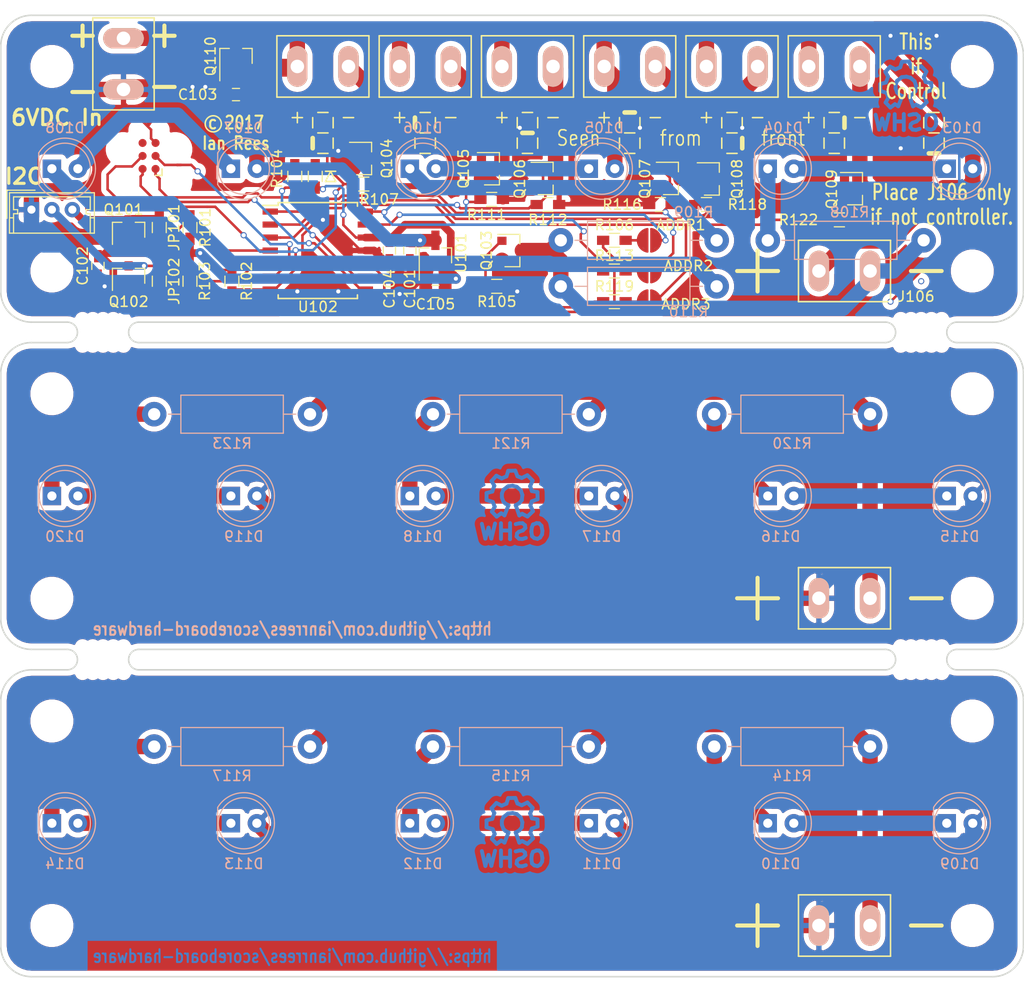
<source format=kicad_pcb>
(kicad_pcb (version 4) (host pcbnew 4.0.6)
  (layers (0 F.Cu signal) (31 B.Cu signal) (34 B.Paste user) (35 F.Paste user) (36 B.SilkS user) (37 F.SilkS user) (38 B.Mask user) (39 F.Mask user) (44 Edge.Cuts user))
  (net 0 "")
  (net 1 "Net-(ADDR1-Pad1)")
  (net 2 "Net-(ADDR1-Pad2)")
  (net 3 "Net-(ADDR2-Pad1)")
  (net 4 "Net-(ADDR2-Pad2)")
  (net 5 "Net-(ADDR3-Pad1)")
  (net 6 /RX)
  (net 7 +6V)
  (net 8 GND)
  (net 9 +3V3)
  (net 10 "Net-(D102-Pad1)")
  (net 11 "Net-(D103-Pad1)")
  (net 12 "Net-(D104-Pad1)")
  (net 13 "Net-(D105-Pad1)")
  (net 14 "Net-(D106-Pad1)")
  (net 15 "Net-(D107-Pad1)")
  (net 16 "Net-(D108-Pad1)")
  (net 17 "Net-(D109-Pad1)")
  (net 18 "Net-(D109-Pad2)")
  (net 19 "Net-(D110-Pad1)")
  (net 20 "Net-(D111-Pad1)")
  (net 21 "Net-(D112-Pad1)")
  (net 22 "Net-(D113-Pad1)")
  (net 23 "Net-(D114-Pad1)")
  (net 24 "Net-(D115-Pad1)")
  (net 25 "Net-(D115-Pad2)")
  (net 26 "Net-(D116-Pad1)")
  (net 27 "Net-(D117-Pad1)")
  (net 28 "Net-(D118-Pad1)")
  (net 29 "Net-(D119-Pad1)")
  (net 30 "Net-(D120-Pad1)")
  (net 31 "Net-(J102-Pad2)")
  (net 32 "Net-(J102-Pad3)")
  (net 33 /TX)
  (net 34 /SWDIO)
  (net 35 "Net-(J104-Pad3)")
  (net 36 /SWCLK)
  (net 37 "Net-(J105-Pad2)")
  (net 38 "Net-(J106-Pad2)")
  (net 39 "Net-(J107-Pad2)")
  (net 40 "Net-(J108-Pad2)")
  (net 41 "Net-(J109-Pad2)")
  (net 42 "Net-(J110-Pad2)")
  (net 43 "Net-(J111-Pad2)")
  (net 44 "Net-(J112-Pad2)")
  (net 45 "Net-(J113-Pad2)")
  (net 46 /SDA)
  (net 47 /SCL)
  (net 48 "Net-(Q106-Pad1)")
  (net 49 "Net-(R104-Pad2)")
  (net 50 "Net-(J101-Pad2)")
  (net 51 "Net-(Q103-Pad1)")
  (module Resistors_ThroughHole:R_Axial_DIN0411_L9.9mm_D3.6mm_P15.24mm_Horizontal (layer B.Cu) (at 140 73 180)
    (fp_text reference R109 (at 2.25 2.75 180) (layer B.SilkS) (effects (justify mirror)))
    (fp_text value 100)
    (pad 1 thru_hole circle (at 0 0 180) (size 2.4 2.4) (drill 1.2) (layers *.Cu *.Mask) (net 14 "Net-(D106-Pad1)"))
    (pad 2 thru_hole oval (at 15.24 0 180) (size 2.4 2.4) (drill 1.2) (layers *.Cu *.Mask) (net 38 "Net-(J106-Pad2)"))
  )
  (module TO_SOT_Packages_SMD:SOT-23 (layer F.Cu) (at 105.5 65)
    (fp_text reference Q104 (at 2.25 0 270) (layer F.SilkS))
    (fp_text value 2N7002)
    (pad 1 smd rect (at -1 -0.95) (size 0.9 0.8) (layers F.Cu F.Paste F.Mask) (net 36 /SWCLK))
    (pad 2 smd rect (at -1 0.95) (size 0.9 0.8) (layers F.Cu F.Paste F.Mask) (net 8 GND))
    (pad 3 smd rect (at 1 0) (size 0.9 0.8) (layers F.Cu F.Paste F.Mask) (net 37 "Net-(J105-Pad2)"))
  )
  (module Symbols:Symbol_OSHW-Logo_CopperTop (layer B.Cu) (at 158.5 58 180)
    (fp_text reference LOGO101 hide)
    (fp_text value OPEN_HARDWARE_1)
    (fp_line (start 1.66878 -2.68986) (end 2.02946 -4.16052) (layer B.Cu) (width 0.381))
    (fp_line (start 2.02946 -4.16052) (end 2.30886 -3.0988) (layer B.Cu) (width 0.381))
    (fp_line (start 2.30886 -3.0988) (end 2.61874 -4.17068) (layer B.Cu) (width 0.381))
    (fp_line (start 2.61874 -4.17068) (end 2.9591 -2.72034) (layer B.Cu) (width 0.381))
    (fp_line (start 0.24892 -3.38074) (end 1.03886 -3.37058) (layer B.Cu) (width 0.381))
    (fp_line (start 1.03886 -3.37058) (end 1.04902 -3.38074) (layer B.Cu) (width 0.381))
    (fp_line (start 1.04902 -3.38074) (end 1.04902 -3.37058) (layer B.Cu) (width 0.381))
    (fp_line (start 1.08966 -2.65938) (end 1.08966 -4.20116) (layer B.Cu) (width 0.381))
    (fp_line (start 0.20066 -2.64922) (end 0.20066 -4.21894) (layer B.Cu) (width 0.381))
    (fp_line (start 0.20066 -4.21894) (end 0.21082 -4.20878) (layer B.Cu) (width 0.381))
    (fp_line (start -0.35052 -2.75082) (end -0.70104 -2.66954) (layer B.Cu) (width 0.381))
    (fp_line (start -0.70104 -2.66954) (end -1.02108 -2.65938) (layer B.Cu) (width 0.381))
    (fp_line (start -1.02108 -2.65938) (end -1.25984 -2.86004) (layer B.Cu) (width 0.381))
    (fp_line (start -1.25984 -2.86004) (end -1.29032 -3.12928) (layer B.Cu) (width 0.381))
    (fp_line (start -1.29032 -3.12928) (end -1.04902 -3.37058) (layer B.Cu) (width 0.381))
    (fp_line (start -1.04902 -3.37058) (end -0.6604 -3.50012) (layer B.Cu) (width 0.381))
    (fp_line (start -0.6604 -3.50012) (end -0.48006 -3.66014) (layer B.Cu) (width 0.381))
    (fp_line (start -0.48006 -3.66014) (end -0.43942 -3.95986) (layer B.Cu) (width 0.381))
    (fp_line (start -0.43942 -3.95986) (end -0.67056 -4.18084) (layer B.Cu) (width 0.381))
    (fp_line (start -0.67056 -4.18084) (end -0.9906 -4.20878) (layer B.Cu) (width 0.381))
    (fp_line (start -0.9906 -4.20878) (end -1.34112 -4.09956) (layer B.Cu) (width 0.381))
    (fp_line (start -2.37998 -2.64922) (end -2.6289 -2.66954) (layer B.Cu) (width 0.381))
    (fp_line (start -2.6289 -2.66954) (end -2.8702 -2.91084) (layer B.Cu) (width 0.381))
    (fp_line (start -2.8702 -2.91084) (end -2.9591 -3.40106) (layer B.Cu) (width 0.381))
    (fp_line (start -2.9591 -3.40106) (end -2.93116 -3.74904) (layer B.Cu) (width 0.381))
    (fp_line (start -2.93116 -3.74904) (end -2.7305 -4.06908) (layer B.Cu) (width 0.381))
    (fp_line (start -2.7305 -4.06908) (end -2.47904 -4.191) (layer B.Cu) (width 0.381))
    (fp_line (start -2.47904 -4.191) (end -2.16916 -4.11988) (layer B.Cu) (width 0.381))
    (fp_line (start -2.16916 -4.11988) (end -1.95072 -3.93954) (layer B.Cu) (width 0.381))
    (fp_line (start -1.95072 -3.93954) (end -1.8796 -3.4798) (layer B.Cu) (width 0.381))
    (fp_line (start -1.8796 -3.4798) (end -1.9304 -3.07086) (layer B.Cu) (width 0.381))
    (fp_line (start -1.9304 -3.07086) (end -2.03962 -2.78892) (layer B.Cu) (width 0.381))
    (fp_line (start -2.03962 -2.78892) (end -2.4003 -2.65938) (layer B.Cu) (width 0.381))
    (fp_line (start -1.78054 -0.92964) (end -2.03962 -1.49098) (layer B.Cu) (width 0.381))
    (fp_line (start -2.03962 -1.49098) (end -1.50114 -2.00914) (layer B.Cu) (width 0.381))
    (fp_line (start -1.50114 -2.00914) (end -0.98044 -1.7399) (layer B.Cu) (width 0.381))
    (fp_line (start -0.98044 -1.7399) (end -0.70104 -1.89992) (layer B.Cu) (width 0.381))
    (fp_line (start 0.73914 -1.8796) (end 1.06934 -1.6891) (layer B.Cu) (width 0.381))
    (fp_line (start 1.06934 -1.6891) (end 1.50876 -2.0193) (layer B.Cu) (width 0.381))
    (fp_line (start 1.50876 -2.0193) (end 1.9812 -1.52908) (layer B.Cu) (width 0.381))
    (fp_line (start 1.9812 -1.52908) (end 1.69926 -1.04902) (layer B.Cu) (width 0.381))
    (fp_line (start 1.69926 -1.04902) (end 1.88976 -0.57912) (layer B.Cu) (width 0.381))
    (fp_line (start 1.88976 -0.57912) (end 2.49936 -0.39116) (layer B.Cu) (width 0.381))
    (fp_line (start 2.49936 -0.39116) (end 2.49936 0.28956) (layer B.Cu) (width 0.381))
    (fp_line (start 2.49936 0.28956) (end 1.94056 0.42926) (layer B.Cu) (width 0.381))
    (fp_line (start 1.94056 0.42926) (end 1.7399 1.00076) (layer B.Cu) (width 0.381))
    (fp_line (start 1.7399 1.00076) (end 2.00914 1.47066) (layer B.Cu) (width 0.381))
    (fp_line (start 2.00914 1.47066) (end 1.53924 1.9812) (layer B.Cu) (width 0.381))
    (fp_line (start 1.53924 1.9812) (end 1.02108 1.71958) (layer B.Cu) (width 0.381))
    (fp_line (start 1.02108 1.71958) (end 0.55118 1.92024) (layer B.Cu) (width 0.381))
    (fp_line (start 0.55118 1.92024) (end 0.381 2.46126) (layer B.Cu) (width 0.381))
    (fp_line (start 0.381 2.46126) (end -0.30988 2.47904) (layer B.Cu) (width 0.381))
    (fp_line (start -0.30988 2.47904) (end -0.5207 1.9304) (layer B.Cu) (width 0.381))
    (fp_line (start -0.5207 1.9304) (end -0.9398 1.76022) (layer B.Cu) (width 0.381))
    (fp_line (start -0.9398 1.76022) (end -1.49098 2.02946) (layer B.Cu) (width 0.381))
    (fp_line (start -1.49098 2.02946) (end -2.00914 1.50114) (layer B.Cu) (width 0.381))
    (fp_line (start -2.00914 1.50114) (end -1.76022 0.96012) (layer B.Cu) (width 0.381))
    (fp_line (start -1.76022 0.96012) (end -1.9304 0.48006) (layer B.Cu) (width 0.381))
    (fp_line (start -1.9304 0.48006) (end -2.47904 0.381) (layer B.Cu) (width 0.381))
    (fp_line (start -2.47904 0.381) (end -2.4892 -0.32004) (layer B.Cu) (width 0.381))
    (fp_line (start -2.4892 -0.32004) (end -1.9304 -0.5207) (layer B.Cu) (width 0.381))
    (fp_line (start -1.9304 -0.5207) (end -1.7907 -0.91948) (layer B.Cu) (width 0.381))
    (fp_line (start 0.35052 -0.89916) (end 0.65024 -0.7493) (layer B.Cu) (width 0.381))
    (fp_line (start 0.65024 -0.7493) (end 0.8509 -0.55118) (layer B.Cu) (width 0.381))
    (fp_line (start 0.8509 -0.55118) (end 1.00076 -0.14986) (layer B.Cu) (width 0.381))
    (fp_line (start 1.00076 -0.14986) (end 1.00076 0.24892) (layer B.Cu) (width 0.381))
    (fp_line (start 1.00076 0.24892) (end 0.8509 0.59944) (layer B.Cu) (width 0.381))
    (fp_line (start 0.8509 0.59944) (end 0.39878 0.94996) (layer B.Cu) (width 0.381))
    (fp_line (start 0.39878 0.94996) (end -0.0508 1.00076) (layer B.Cu) (width 0.381))
    (fp_line (start -0.0508 1.00076) (end -0.44958 0.89916) (layer B.Cu) (width 0.381))
    (fp_line (start -0.44958 0.89916) (end -0.8509 0.55118) (layer B.Cu) (width 0.381))
    (fp_line (start -0.8509 0.55118) (end -1.00076 0.09906) (layer B.Cu) (width 0.381))
    (fp_line (start -1.00076 0.09906) (end -0.94996 -0.39878) (layer B.Cu) (width 0.381))
    (fp_line (start -0.94996 -0.39878) (end -0.70104 -0.70104) (layer B.Cu) (width 0.381))
    (fp_line (start -0.70104 -0.70104) (end -0.35052 -0.89916) (layer B.Cu) (width 0.381))
    (fp_line (start -0.35052 -0.89916) (end -0.70104 -1.89992) (layer B.Cu) (width 0.381))
    (fp_line (start 0.35052 -0.89916) (end 0.7493 -1.89992) (layer B.Cu) (width 0.381))
  )
  (module Symbols:Symbol_OSHW-Logo_CopperTop (layer B.Cu) (at 120 130 180)
    (fp_text reference LOGO103 hide)
    (fp_text value OPEN_HARDWARE_1)
    (fp_line (start 1.66878 -2.68986) (end 2.02946 -4.16052) (layer B.Cu) (width 0.381))
    (fp_line (start 2.02946 -4.16052) (end 2.30886 -3.0988) (layer B.Cu) (width 0.381))
    (fp_line (start 2.30886 -3.0988) (end 2.61874 -4.17068) (layer B.Cu) (width 0.381))
    (fp_line (start 2.61874 -4.17068) (end 2.9591 -2.72034) (layer B.Cu) (width 0.381))
    (fp_line (start 0.24892 -3.38074) (end 1.03886 -3.37058) (layer B.Cu) (width 0.381))
    (fp_line (start 1.03886 -3.37058) (end 1.04902 -3.38074) (layer B.Cu) (width 0.381))
    (fp_line (start 1.04902 -3.38074) (end 1.04902 -3.37058) (layer B.Cu) (width 0.381))
    (fp_line (start 1.08966 -2.65938) (end 1.08966 -4.20116) (layer B.Cu) (width 0.381))
    (fp_line (start 0.20066 -2.64922) (end 0.20066 -4.21894) (layer B.Cu) (width 0.381))
    (fp_line (start 0.20066 -4.21894) (end 0.21082 -4.20878) (layer B.Cu) (width 0.381))
    (fp_line (start -0.35052 -2.75082) (end -0.70104 -2.66954) (layer B.Cu) (width 0.381))
    (fp_line (start -0.70104 -2.66954) (end -1.02108 -2.65938) (layer B.Cu) (width 0.381))
    (fp_line (start -1.02108 -2.65938) (end -1.25984 -2.86004) (layer B.Cu) (width 0.381))
    (fp_line (start -1.25984 -2.86004) (end -1.29032 -3.12928) (layer B.Cu) (width 0.381))
    (fp_line (start -1.29032 -3.12928) (end -1.04902 -3.37058) (layer B.Cu) (width 0.381))
    (fp_line (start -1.04902 -3.37058) (end -0.6604 -3.50012) (layer B.Cu) (width 0.381))
    (fp_line (start -0.6604 -3.50012) (end -0.48006 -3.66014) (layer B.Cu) (width 0.381))
    (fp_line (start -0.48006 -3.66014) (end -0.43942 -3.95986) (layer B.Cu) (width 0.381))
    (fp_line (start -0.43942 -3.95986) (end -0.67056 -4.18084) (layer B.Cu) (width 0.381))
    (fp_line (start -0.67056 -4.18084) (end -0.9906 -4.20878) (layer B.Cu) (width 0.381))
    (fp_line (start -0.9906 -4.20878) (end -1.34112 -4.09956) (layer B.Cu) (width 0.381))
    (fp_line (start -2.37998 -2.64922) (end -2.6289 -2.66954) (layer B.Cu) (width 0.381))
    (fp_line (start -2.6289 -2.66954) (end -2.8702 -2.91084) (layer B.Cu) (width 0.381))
    (fp_line (start -2.8702 -2.91084) (end -2.9591 -3.40106) (layer B.Cu) (width 0.381))
    (fp_line (start -2.9591 -3.40106) (end -2.93116 -3.74904) (layer B.Cu) (width 0.381))
    (fp_line (start -2.93116 -3.74904) (end -2.7305 -4.06908) (layer B.Cu) (width 0.381))
    (fp_line (start -2.7305 -4.06908) (end -2.47904 -4.191) (layer B.Cu) (width 0.381))
    (fp_line (start -2.47904 -4.191) (end -2.16916 -4.11988) (layer B.Cu) (width 0.381))
    (fp_line (start -2.16916 -4.11988) (end -1.95072 -3.93954) (layer B.Cu) (width 0.381))
    (fp_line (start -1.95072 -3.93954) (end -1.8796 -3.4798) (layer B.Cu) (width 0.381))
    (fp_line (start -1.8796 -3.4798) (end -1.9304 -3.07086) (layer B.Cu) (width 0.381))
    (fp_line (start -1.9304 -3.07086) (end -2.03962 -2.78892) (layer B.Cu) (width 0.381))
    (fp_line (start -2.03962 -2.78892) (end -2.4003 -2.65938) (layer B.Cu) (width 0.381))
    (fp_line (start -1.78054 -0.92964) (end -2.03962 -1.49098) (layer B.Cu) (width 0.381))
    (fp_line (start -2.03962 -1.49098) (end -1.50114 -2.00914) (layer B.Cu) (width 0.381))
    (fp_line (start -1.50114 -2.00914) (end -0.98044 -1.7399) (layer B.Cu) (width 0.381))
    (fp_line (start -0.98044 -1.7399) (end -0.70104 -1.89992) (layer B.Cu) (width 0.381))
    (fp_line (start 0.73914 -1.8796) (end 1.06934 -1.6891) (layer B.Cu) (width 0.381))
    (fp_line (start 1.06934 -1.6891) (end 1.50876 -2.0193) (layer B.Cu) (width 0.381))
    (fp_line (start 1.50876 -2.0193) (end 1.9812 -1.52908) (layer B.Cu) (width 0.381))
    (fp_line (start 1.9812 -1.52908) (end 1.69926 -1.04902) (layer B.Cu) (width 0.381))
    (fp_line (start 1.69926 -1.04902) (end 1.88976 -0.57912) (layer B.Cu) (width 0.381))
    (fp_line (start 1.88976 -0.57912) (end 2.49936 -0.39116) (layer B.Cu) (width 0.381))
    (fp_line (start 2.49936 -0.39116) (end 2.49936 0.28956) (layer B.Cu) (width 0.381))
    (fp_line (start 2.49936 0.28956) (end 1.94056 0.42926) (layer B.Cu) (width 0.381))
    (fp_line (start 1.94056 0.42926) (end 1.7399 1.00076) (layer B.Cu) (width 0.381))
    (fp_line (start 1.7399 1.00076) (end 2.00914 1.47066) (layer B.Cu) (width 0.381))
    (fp_line (start 2.00914 1.47066) (end 1.53924 1.9812) (layer B.Cu) (width 0.381))
    (fp_line (start 1.53924 1.9812) (end 1.02108 1.71958) (layer B.Cu) (width 0.381))
    (fp_line (start 1.02108 1.71958) (end 0.55118 1.92024) (layer B.Cu) (width 0.381))
    (fp_line (start 0.55118 1.92024) (end 0.381 2.46126) (layer B.Cu) (width 0.381))
    (fp_line (start 0.381 2.46126) (end -0.30988 2.47904) (layer B.Cu) (width 0.381))
    (fp_line (start -0.30988 2.47904) (end -0.5207 1.9304) (layer B.Cu) (width 0.381))
    (fp_line (start -0.5207 1.9304) (end -0.9398 1.76022) (layer B.Cu) (width 0.381))
    (fp_line (start -0.9398 1.76022) (end -1.49098 2.02946) (layer B.Cu) (width 0.381))
    (fp_line (start -1.49098 2.02946) (end -2.00914 1.50114) (layer B.Cu) (width 0.381))
    (fp_line (start -2.00914 1.50114) (end -1.76022 0.96012) (layer B.Cu) (width 0.381))
    (fp_line (start -1.76022 0.96012) (end -1.9304 0.48006) (layer B.Cu) (width 0.381))
    (fp_line (start -1.9304 0.48006) (end -2.47904 0.381) (layer B.Cu) (width 0.381))
    (fp_line (start -2.47904 0.381) (end -2.4892 -0.32004) (layer B.Cu) (width 0.381))
    (fp_line (start -2.4892 -0.32004) (end -1.9304 -0.5207) (layer B.Cu) (width 0.381))
    (fp_line (start -1.9304 -0.5207) (end -1.7907 -0.91948) (layer B.Cu) (width 0.381))
    (fp_line (start 0.35052 -0.89916) (end 0.65024 -0.7493) (layer B.Cu) (width 0.381))
    (fp_line (start 0.65024 -0.7493) (end 0.8509 -0.55118) (layer B.Cu) (width 0.381))
    (fp_line (start 0.8509 -0.55118) (end 1.00076 -0.14986) (layer B.Cu) (width 0.381))
    (fp_line (start 1.00076 -0.14986) (end 1.00076 0.24892) (layer B.Cu) (width 0.381))
    (fp_line (start 1.00076 0.24892) (end 0.8509 0.59944) (layer B.Cu) (width 0.381))
    (fp_line (start 0.8509 0.59944) (end 0.39878 0.94996) (layer B.Cu) (width 0.381))
    (fp_line (start 0.39878 0.94996) (end -0.0508 1.00076) (layer B.Cu) (width 0.381))
    (fp_line (start -0.0508 1.00076) (end -0.44958 0.89916) (layer B.Cu) (width 0.381))
    (fp_line (start -0.44958 0.89916) (end -0.8509 0.55118) (layer B.Cu) (width 0.381))
    (fp_line (start -0.8509 0.55118) (end -1.00076 0.09906) (layer B.Cu) (width 0.381))
    (fp_line (start -1.00076 0.09906) (end -0.94996 -0.39878) (layer B.Cu) (width 0.381))
    (fp_line (start -0.94996 -0.39878) (end -0.70104 -0.70104) (layer B.Cu) (width 0.381))
    (fp_line (start -0.70104 -0.70104) (end -0.35052 -0.89916) (layer B.Cu) (width 0.381))
    (fp_line (start -0.35052 -0.89916) (end -0.70104 -1.89992) (layer B.Cu) (width 0.381))
    (fp_line (start 0.35052 -0.89916) (end 0.7493 -1.89992) (layer B.Cu) (width 0.381))
  )
  (module soic-14w:SOIC-14W_7.5x10.3mm_Pitch1.27mm (layer F.Cu) (at 101 74)
    (fp_text reference U102 (at 0 5.5) (layer F.SilkS))
    (fp_text value SAMD10C)
    (pad 1 smd rect (at -4.65 -3.81) (size 1.5 0.6) (layers F.Cu F.Paste F.Mask) (net 4 "Net-(ADDR2-Pad2)"))
    (pad 2 smd rect (at -4.65 -2.54) (size 1.5 0.6) (layers F.Cu F.Paste F.Mask) (net 33 /TX))
    (pad 3 smd rect (at -4.65 -1.27) (size 1.5 0.6) (layers F.Cu F.Paste F.Mask) (net 6 /RX))
    (pad 4 smd rect (at -4.65 0) (size 1.5 0.6) (layers F.Cu F.Paste F.Mask) (net 46 /SDA))
    (pad 5 smd rect (at -4.65 1.27) (size 1.5 0.6) (layers F.Cu F.Paste F.Mask) (net 47 /SCL))
    (pad 6 smd rect (at -4.65 2.54) (size 1.5 0.6) (layers F.Cu F.Paste F.Mask) (net 35 "Net-(J104-Pad3)"))
    (pad 7 smd rect (at -4.65 3.81) (size 1.5 0.6) (layers F.Cu F.Paste F.Mask) (net 36 /SWCLK))
    (pad 8 smd rect (at 4.65 3.81) (size 1.5 0.6) (layers F.Cu F.Paste F.Mask) (net 34 /SWDIO))
    (pad 9 smd rect (at 4.65 2.54) (size 1.5 0.6) (layers F.Cu F.Paste F.Mask) (net 49 "Net-(R104-Pad2)"))
    (pad 10 smd rect (at 4.65 1.27) (size 1.5 0.6) (layers F.Cu F.Paste F.Mask) (net 51 "Net-(Q103-Pad1)"))
    (pad 11 smd rect (at 4.65 0) (size 1.5 0.6) (layers F.Cu F.Paste F.Mask) (net 8 GND))
    (pad 12 smd rect (at 4.65 -1.27) (size 1.5 0.6) (layers F.Cu F.Paste F.Mask) (net 9 +3V3))
    (pad 13 smd rect (at 4.65 -2.54) (size 1.5 0.6) (layers F.Cu F.Paste F.Mask) (net 1 "Net-(ADDR1-Pad1)"))
    (pad 14 smd rect (at 4.65 -3.81) (size 1.5 0.6) (layers F.Cu F.Paste F.Mask) (net 48 "Net-(Q106-Pad1)"))
  )
  (module TO_SOT_Packages_SMD:SOT-23 (layer F.Cu) (at 139.5 67)
    (fp_text reference Q108 (at 2.5 0 90) (layer F.SilkS))
    (fp_text value 2N7002)
    (pad 1 smd rect (at -1 -0.95) (size 0.9 0.8) (layers F.Cu F.Paste F.Mask) (net 33 /TX))
    (pad 2 smd rect (at -1 0.95) (size 0.9 0.8) (layers F.Cu F.Paste F.Mask) (net 8 GND))
    (pad 3 smd rect (at 1 0) (size 0.9 0.8) (layers F.Cu F.Paste F.Mask) (net 43 "Net-(J111-Pad2)"))
  )
  (module LEDs:LED_D5.0mm (layer B.Cu) (at 92.5 66)
    (fp_text reference D107 (at 1.25 -4) (layer B.SilkS) (effects (justify mirror)))
    (fp_text value LED)
    (pad 1 thru_hole rect (at 0 0) (size 1.8 1.8) (drill 0.9) (layers *.Cu *.Mask) (net 15 "Net-(D107-Pad1)"))
    (pad 2 thru_hole circle (at 2.54 0) (size 1.8 1.8) (drill 0.9) (layers *.Cu *.Mask) (net 7 +6V))
  )
  (module Resistors_SMD:R_0603_HandSoldering (layer F.Cu) (at 134.5 69.5 180)
    (fp_text reference R116 (at 3.75 0 180) (layer F.SilkS))
    (fp_text value 10k)
    (pad 1 smd rect (at -1.1 0 180) (size 1.2 0.9) (layers F.Cu F.Paste F.Mask) (net 4 "Net-(ADDR2-Pad2)"))
    (pad 2 smd rect (at 1.1 0 180) (size 1.2 0.9) (layers F.Cu F.Paste F.Mask) (net 8 GND))
  )
  (module Mounting_Holes:MountingHole_3.2mm_M3 (layer F.Cu) (at 75 140)
    (fp_text reference REF** hide)
    (fp_text value MountingHole_3.2mm_M3)
    (pad 1 np_thru_hole circle (at 0 0) (size 3.2 3.2) (drill 3.2) (layers *.Cu *.Mask))
  )
  (module Mounting_Holes:MountingHole_3.2mm_M3 (layer F.Cu) (at 75 88)
    (fp_text reference REF** hide)
    (fp_text value MountingHole_3.2mm_M3)
    (pad 1 np_thru_hole circle (at 0 0) (size 3.2 3.2) (drill 3.2) (layers *.Cu *.Mask))
  )
  (module Mounting_Holes:MountingHole_3.2mm_M3 (layer F.Cu) (at 75 120)
    (fp_text reference REF** hide)
    (fp_text value MountingHole_3.2mm_M3)
    (pad 1 np_thru_hole circle (at 0 0) (size 3.2 3.2) (drill 3.2) (layers *.Cu *.Mask))
  )
  (module Mounting_Holes:MountingHole_3.2mm_M3 (layer F.Cu) (at 75 108)
    (fp_text reference REF** hide)
    (fp_text value MountingHole_3.2mm_M3)
    (pad 1 np_thru_hole circle (at 0 0) (size 3.2 3.2) (drill 3.2) (layers *.Cu *.Mask))
  )
  (module Mounting_Holes:MountingHole_3.2mm_M3 (layer F.Cu) (at 165 108)
    (fp_text reference REF** hide)
    (fp_text value MountingHole_3.2mm_M3)
    (pad 1 np_thru_hole circle (at 0 0) (size 3.2 3.2) (drill 3.2) (layers *.Cu *.Mask))
  )
  (module Mounting_Holes:MountingHole_3.2mm_M3 (layer F.Cu) (at 165 140)
    (fp_text reference REF** hide)
    (fp_text value MountingHole_3.2mm_M3)
    (pad 1 np_thru_hole circle (at 0 0) (size 3.2 3.2) (drill 3.2) (layers *.Cu *.Mask))
  )
  (module Mounting_Holes:MountingHole_3.2mm_M3 (layer F.Cu) (at 165 120)
    (fp_text reference REF** hide)
    (fp_text value MountingHole_3.2mm_M3)
    (pad 1 np_thru_hole circle (at 0 0) (size 3.2 3.2) (drill 3.2) (layers *.Cu *.Mask))
  )
  (module Mounting_Holes:MountingHole_3.2mm_M3 (layer F.Cu) (at 165 56)
    (fp_text reference REF** hide)
    (fp_text value MountingHole_3.2mm_M3)
    (pad 1 np_thru_hole circle (at 0 0) (size 3.2 3.2) (drill 3.2) (layers *.Cu *.Mask))
  )
  (module Mounting_Holes:MountingHole_3.2mm_M3 (layer F.Cu) (at 75 56)
    (fp_text reference REF** hide)
    (fp_text value MountingHole_3.2mm_M3)
    (pad 1 np_thru_hole circle (at 0 0) (size 3.2 3.2) (drill 3.2) (layers *.Cu *.Mask))
  )
  (module Mounting_Holes:MountingHole_3.2mm_M3 (layer F.Cu) (at 165 76)
    (fp_text reference REF** hide)
    (fp_text value MountingHole_3.2mm_M3)
    (pad 1 np_thru_hole circle (at 0 0) (size 3.2 3.2) (drill 3.2) (layers *.Cu *.Mask))
  )
  (module Mounting_Holes:MountingHole_3.2mm_M3 (layer F.Cu) (at 75 76)
    (fp_text reference REF** hide)
    (fp_text value MountingHole_3.2mm_M3)
    (pad 1 np_thru_hole circle (at 0 0) (size 3.2 3.2) (drill 3.2) (layers *.Cu *.Mask))
  )
  (module TO_SOT_Packages_SMD:SOT-23 (layer F.Cu) (at 153.5 67.95)
    (fp_text reference Q109 (at -2.25 0.05 90) (layer F.SilkS))
    (fp_text value 2N7002)
    (pad 1 smd rect (at -1 -0.95) (size 0.9 0.8) (layers F.Cu F.Paste F.Mask) (net 6 /RX))
    (pad 2 smd rect (at -1 0.95) (size 0.9 0.8) (layers F.Cu F.Paste F.Mask) (net 8 GND))
    (pad 3 smd rect (at 1 0) (size 0.9 0.8) (layers F.Cu F.Paste F.Mask) (net 44 "Net-(J112-Pad2)"))
  )
  (module mousebite:mousebites (layer F.Cu) (at 160 82)
    (fp_text reference REF** hide)
    (fp_text value mousebites)
    (pad "" np_thru_hole circle (at 0 1.25) (size 0.5 0.5) (drill 0.5) (layers *.Cu *.Mask))
    (pad "" np_thru_hole circle (at -1 1.25) (size 0.5 0.5) (drill 0.5) (layers *.Cu *.Mask))
    (pad "" np_thru_hole circle (at 1 1.25) (size 0.5 0.5) (drill 0.5) (layers *.Cu *.Mask))
    (pad "" np_thru_hole circle (at -2 1.25) (size 0.5 0.5) (drill 0.5) (layers *.Cu *.Mask))
    (pad "" np_thru_hole circle (at 2 1.25) (size 0.5 0.5) (drill 0.5) (layers *.Cu *.Mask))
    (pad "" np_thru_hole circle (at 2 -1.25) (size 0.5 0.5) (drill 0.5) (layers *.Cu *.Mask))
    (pad "" np_thru_hole circle (at -2 -1.25) (size 0.5 0.5) (drill 0.5) (layers *.Cu *.Mask))
    (pad "" np_thru_hole circle (at 1 -1.25) (size 0.5 0.5) (drill 0.5) (layers *.Cu *.Mask))
    (pad "" np_thru_hole circle (at -1 -1.25) (size 0.5 0.5) (drill 0.5) (layers *.Cu *.Mask))
    (pad "" np_thru_hole circle (at 0 -1.25) (size 0.5 0.5) (drill 0.5) (layers *.Cu *.Mask))
  )
  (module mousebite:mousebites (layer F.Cu) (at 80 82)
    (fp_text reference REF** hide)
    (fp_text value mousebites)
    (pad "" np_thru_hole circle (at 0 1.25) (size 0.5 0.5) (drill 0.5) (layers *.Cu *.Mask))
    (pad "" np_thru_hole circle (at -1 1.25) (size 0.5 0.5) (drill 0.5) (layers *.Cu *.Mask))
    (pad "" np_thru_hole circle (at 1 1.25) (size 0.5 0.5) (drill 0.5) (layers *.Cu *.Mask))
    (pad "" np_thru_hole circle (at -2 1.25) (size 0.5 0.5) (drill 0.5) (layers *.Cu *.Mask))
    (pad "" np_thru_hole circle (at 2 1.25) (size 0.5 0.5) (drill 0.5) (layers *.Cu *.Mask))
    (pad "" np_thru_hole circle (at 2 -1.25) (size 0.5 0.5) (drill 0.5) (layers *.Cu *.Mask))
    (pad "" np_thru_hole circle (at -2 -1.25) (size 0.5 0.5) (drill 0.5) (layers *.Cu *.Mask))
    (pad "" np_thru_hole circle (at 1 -1.25) (size 0.5 0.5) (drill 0.5) (layers *.Cu *.Mask))
    (pad "" np_thru_hole circle (at -1 -1.25) (size 0.5 0.5) (drill 0.5) (layers *.Cu *.Mask))
    (pad "" np_thru_hole circle (at 0 -1.25) (size 0.5 0.5) (drill 0.5) (layers *.Cu *.Mask))
  )
  (module mousebite:mousebites (layer F.Cu) (at 160 114)
    (fp_text reference REF** hide)
    (fp_text value mousebites)
    (pad "" np_thru_hole circle (at 0 1.25) (size 0.5 0.5) (drill 0.5) (layers *.Cu *.Mask))
    (pad "" np_thru_hole circle (at -1 1.25) (size 0.5 0.5) (drill 0.5) (layers *.Cu *.Mask))
    (pad "" np_thru_hole circle (at 1 1.25) (size 0.5 0.5) (drill 0.5) (layers *.Cu *.Mask))
    (pad "" np_thru_hole circle (at -2 1.25) (size 0.5 0.5) (drill 0.5) (layers *.Cu *.Mask))
    (pad "" np_thru_hole circle (at 2 1.25) (size 0.5 0.5) (drill 0.5) (layers *.Cu *.Mask))
    (pad "" np_thru_hole circle (at 2 -1.25) (size 0.5 0.5) (drill 0.5) (layers *.Cu *.Mask))
    (pad "" np_thru_hole circle (at -2 -1.25) (size 0.5 0.5) (drill 0.5) (layers *.Cu *.Mask))
    (pad "" np_thru_hole circle (at 1 -1.25) (size 0.5 0.5) (drill 0.5) (layers *.Cu *.Mask))
    (pad "" np_thru_hole circle (at -1 -1.25) (size 0.5 0.5) (drill 0.5) (layers *.Cu *.Mask))
    (pad "" np_thru_hole circle (at 0 -1.25) (size 0.5 0.5) (drill 0.5) (layers *.Cu *.Mask))
  )
  (module Capacitors_SMD:C_0603_HandSoldering (layer F.Cu) (at 110 74 270)
    (fp_text reference C101 (at 3.75 0 270) (layer F.SilkS))
    (fp_text value 1uF)
    (pad 1 smd rect (at -0.95 0 270) (size 1.2 0.75) (layers F.Cu F.Paste F.Mask) (net 7 +6V))
    (pad 2 smd rect (at 0.95 0 270) (size 1.2 0.75) (layers F.Cu F.Paste F.Mask) (net 8 GND))
  )
  (module Capacitors_SMD:C_0603_HandSoldering (layer F.Cu) (at 79.5 75.5 270)
    (fp_text reference C102 (at 0 1.5 270) (layer F.SilkS))
    (fp_text value 100nF)
    (pad 1 smd rect (at -0.95 0 270) (size 1.2 0.75) (layers F.Cu F.Paste F.Mask) (net 9 +3V3))
    (pad 2 smd rect (at 0.95 0 270) (size 1.2 0.75) (layers F.Cu F.Paste F.Mask) (net 8 GND))
  )
  (module Capacitors_SMD:C_0603_HandSoldering (layer F.Cu) (at 108 74 270)
    (fp_text reference C104 (at 3.75 0 270) (layer F.SilkS))
    (fp_text value 100nF)
    (pad 1 smd rect (at -0.95 0 270) (size 1.2 0.75) (layers F.Cu F.Paste F.Mask) (net 9 +3V3))
    (pad 2 smd rect (at 0.95 0 270) (size 1.2 0.75) (layers F.Cu F.Paste F.Mask) (net 8 GND))
  )
  (module Capacitors_SMD:C_0603_HandSoldering (layer F.Cu) (at 112.5 78 180)
    (fp_text reference C105 (at 0 -1.25 180) (layer F.SilkS))
    (fp_text value 4.7uF)
    (pad 1 smd rect (at -0.95 0 180) (size 1.2 0.75) (layers F.Cu F.Paste F.Mask) (net 9 +3V3))
    (pad 2 smd rect (at 0.95 0 180) (size 1.2 0.75) (layers F.Cu F.Paste F.Mask) (net 8 GND))
  )
  (module LEDs:LED_D5.0mm (layer B.Cu) (at 162.5 66)
    (fp_text reference D103 (at 1.5 -4) (layer B.SilkS) (effects (justify mirror)))
    (fp_text value LED)
    (pad 1 thru_hole rect (at 0 0) (size 1.8 1.8) (drill 0.9) (layers *.Cu *.Mask) (net 11 "Net-(D103-Pad1)"))
    (pad 2 thru_hole circle (at 2.54 0) (size 1.8 1.8) (drill 0.9) (layers *.Cu *.Mask) (net 7 +6V))
  )
  (module LEDs:LED_D5.0mm (layer B.Cu) (at 145 66)
    (fp_text reference D104 (at 1.5 -4) (layer B.SilkS) (effects (justify mirror)))
    (fp_text value LED)
    (pad 1 thru_hole rect (at 0 0) (size 1.8 1.8) (drill 0.9) (layers *.Cu *.Mask) (net 12 "Net-(D104-Pad1)"))
    (pad 2 thru_hole circle (at 2.54 0) (size 1.8 1.8) (drill 0.9) (layers *.Cu *.Mask) (net 11 "Net-(D103-Pad1)"))
  )
  (module LEDs:LED_D5.0mm (layer B.Cu) (at 127.5 66)
    (fp_text reference D105 (at 1.5 -4) (layer B.SilkS) (effects (justify mirror)))
    (fp_text value LED)
    (pad 1 thru_hole rect (at 0 0) (size 1.8 1.8) (drill 0.9) (layers *.Cu *.Mask) (net 13 "Net-(D105-Pad1)"))
    (pad 2 thru_hole circle (at 2.54 0) (size 1.8 1.8) (drill 0.9) (layers *.Cu *.Mask) (net 7 +6V))
  )
  (module LEDs:LED_D5.0mm (layer B.Cu) (at 110 66)
    (fp_text reference D106 (at 1.27 -4) (layer B.SilkS) (effects (justify mirror)))
    (fp_text value LED)
    (pad 1 thru_hole rect (at 0 0) (size 1.8 1.8) (drill 0.9) (layers *.Cu *.Mask) (net 14 "Net-(D106-Pad1)"))
    (pad 2 thru_hole circle (at 2.54 0) (size 1.8 1.8) (drill 0.9) (layers *.Cu *.Mask) (net 13 "Net-(D105-Pad1)"))
  )
  (module LEDs:LED_D5.0mm (layer B.Cu) (at 75 66)
    (fp_text reference D108 (at 1.27 -4) (layer B.SilkS) (effects (justify mirror)))
    (fp_text value LED)
    (pad 1 thru_hole rect (at 0 0) (size 1.8 1.8) (drill 0.9) (layers *.Cu *.Mask) (net 16 "Net-(D108-Pad1)"))
    (pad 2 thru_hole circle (at 2.54 0) (size 1.8 1.8) (drill 0.9) (layers *.Cu *.Mask) (net 15 "Net-(D107-Pad1)"))
  )
  (module LEDs:LED_D5.0mm (layer B.Cu) (at 162.5 130)
    (fp_text reference D109 (at 1.27 3.96) (layer B.SilkS) (effects (justify mirror)))
    (fp_text value LED)
    (pad 1 thru_hole rect (at 0 0) (size 1.8 1.8) (drill 0.9) (layers *.Cu *.Mask) (net 17 "Net-(D109-Pad1)"))
    (pad 2 thru_hole circle (at 2.54 0) (size 1.8 1.8) (drill 0.9) (layers *.Cu *.Mask) (net 18 "Net-(D109-Pad2)"))
  )
  (module LEDs:LED_D5.0mm (layer B.Cu) (at 145 130)
    (fp_text reference D110 (at 1.27 3.96) (layer B.SilkS) (effects (justify mirror)))
    (fp_text value LED)
    (pad 1 thru_hole rect (at 0 0) (size 1.8 1.8) (drill 0.9) (layers *.Cu *.Mask) (net 19 "Net-(D110-Pad1)"))
    (pad 2 thru_hole circle (at 2.54 0) (size 1.8 1.8) (drill 0.9) (layers *.Cu *.Mask) (net 17 "Net-(D109-Pad1)"))
  )
  (module LEDs:LED_D5.0mm (layer B.Cu) (at 127.5 130)
    (fp_text reference D111 (at 1.27 3.96) (layer B.SilkS) (effects (justify mirror)))
    (fp_text value LED)
    (pad 1 thru_hole rect (at 0 0) (size 1.8 1.8) (drill 0.9) (layers *.Cu *.Mask) (net 20 "Net-(D111-Pad1)"))
    (pad 2 thru_hole circle (at 2.54 0) (size 1.8 1.8) (drill 0.9) (layers *.Cu *.Mask) (net 18 "Net-(D109-Pad2)"))
  )
  (module LEDs:LED_D5.0mm (layer B.Cu) (at 110 130)
    (fp_text reference D112 (at 1.27 3.96) (layer B.SilkS) (effects (justify mirror)))
    (fp_text value LED)
    (pad 1 thru_hole rect (at 0 0) (size 1.8 1.8) (drill 0.9) (layers *.Cu *.Mask) (net 21 "Net-(D112-Pad1)"))
    (pad 2 thru_hole circle (at 2.54 0) (size 1.8 1.8) (drill 0.9) (layers *.Cu *.Mask) (net 20 "Net-(D111-Pad1)"))
  )
  (module LEDs:LED_D5.0mm (layer B.Cu) (at 92.5 130)
    (fp_text reference D113 (at 1.27 3.96) (layer B.SilkS) (effects (justify mirror)))
    (fp_text value LED)
    (pad 1 thru_hole rect (at 0 0) (size 1.8 1.8) (drill 0.9) (layers *.Cu *.Mask) (net 22 "Net-(D113-Pad1)"))
    (pad 2 thru_hole circle (at 2.54 0) (size 1.8 1.8) (drill 0.9) (layers *.Cu *.Mask) (net 18 "Net-(D109-Pad2)"))
  )
  (module LEDs:LED_D5.0mm (layer B.Cu) (at 75 130)
    (fp_text reference D114 (at 1.27 3.96) (layer B.SilkS) (effects (justify mirror)))
    (fp_text value LED)
    (pad 1 thru_hole rect (at 0 0) (size 1.8 1.8) (drill 0.9) (layers *.Cu *.Mask) (net 23 "Net-(D114-Pad1)"))
    (pad 2 thru_hole circle (at 2.54 0) (size 1.8 1.8) (drill 0.9) (layers *.Cu *.Mask) (net 22 "Net-(D113-Pad1)"))
  )
  (module LEDs:LED_D5.0mm (layer B.Cu) (at 162.5 98)
    (fp_text reference D115 (at 1.27 3.96) (layer B.SilkS) (effects (justify mirror)))
    (fp_text value LED)
    (pad 1 thru_hole rect (at 0 0) (size 1.8 1.8) (drill 0.9) (layers *.Cu *.Mask) (net 24 "Net-(D115-Pad1)"))
    (pad 2 thru_hole circle (at 2.54 0) (size 1.8 1.8) (drill 0.9) (layers *.Cu *.Mask) (net 25 "Net-(D115-Pad2)"))
  )
  (module LEDs:LED_D5.0mm (layer B.Cu) (at 145 98)
    (fp_text reference D116 (at 1.27 3.96) (layer B.SilkS) (effects (justify mirror)))
    (fp_text value LED)
    (pad 1 thru_hole rect (at 0 0) (size 1.8 1.8) (drill 0.9) (layers *.Cu *.Mask) (net 26 "Net-(D116-Pad1)"))
    (pad 2 thru_hole circle (at 2.54 0) (size 1.8 1.8) (drill 0.9) (layers *.Cu *.Mask) (net 24 "Net-(D115-Pad1)"))
  )
  (module LEDs:LED_D5.0mm (layer B.Cu) (at 127.5 98)
    (fp_text reference D117 (at 1.27 3.96) (layer B.SilkS) (effects (justify mirror)))
    (fp_text value LED)
    (pad 1 thru_hole rect (at 0 0) (size 1.8 1.8) (drill 0.9) (layers *.Cu *.Mask) (net 27 "Net-(D117-Pad1)"))
    (pad 2 thru_hole circle (at 2.54 0) (size 1.8 1.8) (drill 0.9) (layers *.Cu *.Mask) (net 25 "Net-(D115-Pad2)"))
  )
  (module LEDs:LED_D5.0mm (layer B.Cu) (at 110 98)
    (fp_text reference D118 (at 1.27 3.96) (layer B.SilkS) (effects (justify mirror)))
    (fp_text value LED)
    (pad 1 thru_hole rect (at 0 0) (size 1.8 1.8) (drill 0.9) (layers *.Cu *.Mask) (net 28 "Net-(D118-Pad1)"))
    (pad 2 thru_hole circle (at 2.54 0) (size 1.8 1.8) (drill 0.9) (layers *.Cu *.Mask) (net 27 "Net-(D117-Pad1)"))
  )
  (module LEDs:LED_D5.0mm (layer B.Cu) (at 92.5 98)
    (fp_text reference D119 (at 1.27 3.96) (layer B.SilkS) (effects (justify mirror)))
    (fp_text value LED)
    (pad 1 thru_hole rect (at 0 0) (size 1.8 1.8) (drill 0.9) (layers *.Cu *.Mask) (net 29 "Net-(D119-Pad1)"))
    (pad 2 thru_hole circle (at 2.54 0) (size 1.8 1.8) (drill 0.9) (layers *.Cu *.Mask) (net 25 "Net-(D115-Pad2)"))
  )
  (module LEDs:LED_D5.0mm (layer B.Cu) (at 75 98)
    (fp_text reference D120 (at 1.27 3.96) (layer B.SilkS) (effects (justify mirror)))
    (fp_text value LED)
    (pad 1 thru_hole rect (at 0 0) (size 1.8 1.8) (drill 0.9) (layers *.Cu *.Mask) (net 30 "Net-(D120-Pad1)"))
    (pad 2 thru_hole circle (at 2.54 0) (size 1.8 1.8) (drill 0.9) (layers *.Cu *.Mask) (net 29 "Net-(D119-Pad1)"))
  )
  (module Connectors_Molex:Molex_MicroLatch-53253-0370_03x2.00mm_Straight (layer F.Cu) (at 73 70)
    (fp_text reference J102 hide)
    (fp_text value I2C)
    (pad 1 thru_hole rect (at 0 0) (size 1.5 1.5) (drill 0.8) (layers *.Cu *.Mask) (net 8 GND))
    (pad 2 thru_hole circle (at 2 0) (size 1.5 1.5) (drill 0.8) (layers *.Cu *.Mask) (net 31 "Net-(J102-Pad2)"))
    (pad 3 thru_hole circle (at 4 0) (size 1.5 1.5) (drill 0.8) (layers *.Cu *.Mask) (net 32 "Net-(J102-Pad3)"))
  )
  (module Connect:Tag-Connect_TC2030-IDC-FP (layer F.Cu) (at 84.5 64.75 90)
    (fp_text reference J104 hide)
    (fp_text value "Tag Connect")
    (pad "" np_thru_hole circle (at -2.54 2.54 90) (size 2.3749 2.3749) (drill 2.3749) (layers *.Cu *.Mask))
    (pad "" np_thru_hole circle (at -2.54 -2.54 90) (size 2.3749 2.3749) (drill 2.3749) (layers *.Cu *.Mask))
    (pad "" np_thru_hole circle (at 0.635 -2.54 90) (size 2.3749 2.3749) (drill 2.3749) (layers *.Cu *.Mask))
    (pad "" np_thru_hole circle (at 0.635 2.54 90) (size 2.3749 2.3749) (drill 2.3749) (layers *.Cu *.Mask))
    (pad "" np_thru_hole circle (at 2.54 -1.016 90) (size 0.9906 0.9906) (drill 0.9906) (layers *.Cu *.Mask))
    (pad "" np_thru_hole circle (at 2.54 1.016 90) (size 0.9906 0.9906) (drill 0.9906) (layers *.Cu *.Mask))
    (pad "" np_thru_hole circle (at -2.54 0 90) (size 0.9906 0.9906) (drill 0.9906) (layers *.Cu *.Mask))
    (pad 1 smd circle (at -1.27 0.635 90) (size 0.7874 0.7874) (layers F.Cu F.Mask) (net 9 +3V3))
    (pad 2 smd circle (at -1.27 -0.635 90) (size 0.7874 0.7874) (layers F.Cu F.Mask) (net 34 /SWDIO))
    (pad 3 smd circle (at 0 0.635 90) (size 0.7874 0.7874) (layers F.Cu F.Mask) (net 35 "Net-(J104-Pad3)"))
    (pad 4 smd circle (at 0 -0.635 90) (size 0.7874 0.7874) (layers F.Cu F.Mask) (net 36 /SWCLK))
    (pad 5 smd circle (at 1.27 0.635 90) (size 0.7874 0.7874) (layers F.Cu F.Mask) (net 8 GND))
    (pad 6 smd circle (at 1.27 -0.635 90) (size 0.7874 0.7874) (layers F.Cu F.Mask))
  )
  (module Resistors_SMD:R_0603_HandSoldering (layer F.Cu) (at 85.5 71.75 270)
    (fp_text reference JP101 (at 0 -1.45 270) (layer F.SilkS))
    (fp_text value Jumper_NO_Small)
    (pad 1 smd rect (at -1.1 0 270) (size 1.2 0.9) (layers F.Cu F.Paste F.Mask) (net 32 "Net-(J102-Pad3)"))
    (pad 2 smd rect (at 1.1 0 270) (size 1.2 0.9) (layers F.Cu F.Paste F.Mask) (net 46 /SDA))
  )
  (module Resistors_SMD:R_0603_HandSoldering (layer F.Cu) (at 85.5 77 270)
    (fp_text reference JP102 (at 0 -1.45 270) (layer F.SilkS))
    (fp_text value Jumper_NO_Small)
    (pad 1 smd rect (at -1.1 0 270) (size 1.2 0.9) (layers F.Cu F.Paste F.Mask) (net 31 "Net-(J102-Pad2)"))
    (pad 2 smd rect (at 1.1 0 270) (size 1.2 0.9) (layers F.Cu F.Paste F.Mask) (net 47 /SCL))
  )
  (module TO_SOT_Packages_SMD:SOT-23 (layer F.Cu) (at 82.5 72 90)
    (fp_text reference Q101 (at 2 -0.5 180) (layer F.SilkS))
    (fp_text value 2N7002)
    (pad 1 smd rect (at -1 -0.95 90) (size 0.9 0.8) (layers F.Cu F.Paste F.Mask) (net 9 +3V3))
    (pad 2 smd rect (at -1 0.95 90) (size 0.9 0.8) (layers F.Cu F.Paste F.Mask) (net 46 /SDA))
    (pad 3 smd rect (at 1 0 90) (size 0.9 0.8) (layers F.Cu F.Paste F.Mask) (net 32 "Net-(J102-Pad3)"))
  )
  (module TO_SOT_Packages_SMD:SOT-23 (layer F.Cu) (at 82.5 76.5 90)
    (fp_text reference Q102 (at -2.5 0 180) (layer F.SilkS))
    (fp_text value 2N7002)
    (pad 1 smd rect (at -1 -0.95 90) (size 0.9 0.8) (layers F.Cu F.Paste F.Mask) (net 9 +3V3))
    (pad 2 smd rect (at -1 0.95 90) (size 0.9 0.8) (layers F.Cu F.Paste F.Mask) (net 47 /SCL))
    (pad 3 smd rect (at 1 0 90) (size 0.9 0.8) (layers F.Cu F.Paste F.Mask) (net 31 "Net-(J102-Pad2)"))
  )
  (module TO_SOT_Packages_SMD:SOT-23 (layer F.Cu) (at 120 74)
    (fp_text reference Q103 (at -2.5 0 90) (layer F.SilkS))
    (fp_text value 2N7002)
    (pad 1 smd rect (at -1 -0.95) (size 0.9 0.8) (layers F.Cu F.Paste F.Mask) (net 51 "Net-(Q103-Pad1)"))
    (pad 2 smd rect (at -1 0.95) (size 0.9 0.8) (layers F.Cu F.Paste F.Mask) (net 8 GND))
    (pad 3 smd rect (at 1 0) (size 0.9 0.8) (layers F.Cu F.Paste F.Mask) (net 38 "Net-(J106-Pad2)"))
  )
  (module TO_SOT_Packages_SMD:SOT-23 (layer F.Cu) (at 118 66)
    (fp_text reference Q105 (at -2.75 0 90) (layer F.SilkS))
    (fp_text value 2N7002)
    (pad 1 smd rect (at -1 -0.95) (size 0.9 0.8) (layers F.Cu F.Paste F.Mask) (net 1 "Net-(ADDR1-Pad1)"))
    (pad 2 smd rect (at -1 0.95) (size 0.9 0.8) (layers F.Cu F.Paste F.Mask) (net 8 GND))
    (pad 3 smd rect (at 1 0) (size 0.9 0.8) (layers F.Cu F.Paste F.Mask) (net 39 "Net-(J107-Pad2)"))
  )
  (module TO_SOT_Packages_SMD:SOT-23 (layer F.Cu) (at 123.25 66.95)
    (fp_text reference Q106 (at -2.5 0.05 90) (layer F.SilkS))
    (fp_text value 2N7002)
    (pad 1 smd rect (at -1 -0.95) (size 0.9 0.8) (layers F.Cu F.Paste F.Mask) (net 48 "Net-(Q106-Pad1)"))
    (pad 2 smd rect (at -1 0.95) (size 0.9 0.8) (layers F.Cu F.Paste F.Mask) (net 8 GND))
    (pad 3 smd rect (at 1 0) (size 0.9 0.8) (layers F.Cu F.Paste F.Mask) (net 40 "Net-(J108-Pad2)"))
  )
  (module TO_SOT_Packages_SMD:SOT-23 (layer F.Cu) (at 135.5 66.95)
    (fp_text reference Q107 (at -2.5 0.05 90) (layer F.SilkS))
    (fp_text value 2N7002)
    (pad 1 smd rect (at -1 -0.95) (size 0.9 0.8) (layers F.Cu F.Paste F.Mask) (net 4 "Net-(ADDR2-Pad2)"))
    (pad 2 smd rect (at -1 0.95) (size 0.9 0.8) (layers F.Cu F.Paste F.Mask) (net 8 GND))
    (pad 3 smd rect (at 1 0) (size 0.9 0.8) (layers F.Cu F.Paste F.Mask) (net 41 "Net-(J109-Pad2)"))
  )
  (module Resistors_SMD:R_0603_HandSoldering (layer F.Cu) (at 88.5 71.75 90)
    (fp_text reference R101 (at 0 1.5 90) (layer F.SilkS))
    (fp_text value 4.7k)
    (pad 1 smd rect (at -1.1 0 90) (size 1.2 0.9) (layers F.Cu F.Paste F.Mask) (net 9 +3V3))
    (pad 2 smd rect (at 1.1 0 90) (size 1.2 0.9) (layers F.Cu F.Paste F.Mask) (net 46 /SDA))
  )
  (module Resistors_SMD:R_0603_HandSoldering (layer F.Cu) (at 92.6 77 270)
    (fp_text reference R102 (at 0 -1.45 270) (layer F.SilkS))
    (fp_text value 1k)
    (pad 1 smd rect (at -1.1 0 270) (size 1.2 0.9) (layers F.Cu F.Paste F.Mask) (net 9 +3V3))
    (pad 2 smd rect (at 1.1 0 270) (size 1.2 0.9) (layers F.Cu F.Paste F.Mask) (net 36 /SWCLK))
  )
  (module Resistors_SMD:R_0603_HandSoldering (layer F.Cu) (at 88.5 77 270)
    (fp_text reference R103 (at 0 -1.45 270) (layer F.SilkS))
    (fp_text value 4.7k)
    (pad 1 smd rect (at -1.1 0 270) (size 1.2 0.9) (layers F.Cu F.Paste F.Mask) (net 9 +3V3))
    (pad 2 smd rect (at 1.1 0 270) (size 1.2 0.9) (layers F.Cu F.Paste F.Mask) (net 47 /SCL))
  )
  (module Resistors_SMD:R_0603_HandSoldering (layer F.Cu) (at 98.75 66.75 270)
    (fp_text reference R104 (at -0.75 1.75 270) (layer F.SilkS))
    (fp_text value 68)
    (pad 1 smd rect (at -1.1 0 270) (size 1.2 0.9) (layers F.Cu F.Paste F.Mask) (net 10 "Net-(D102-Pad1)"))
    (pad 2 smd rect (at 1.1 0 270) (size 1.2 0.9) (layers F.Cu F.Paste F.Mask) (net 49 "Net-(R104-Pad2)"))
  )
  (module Resistors_SMD:R_0603_HandSoldering (layer F.Cu) (at 118.5 77.5)
    (fp_text reference R105 (at 0 1.5) (layer F.SilkS))
    (fp_text value 10k)
    (pad 1 smd rect (at -1.1 0) (size 1.2 0.9) (layers F.Cu F.Paste F.Mask) (net 51 "Net-(Q103-Pad1)"))
    (pad 2 smd rect (at 1.1 0) (size 1.2 0.9) (layers F.Cu F.Paste F.Mask) (net 8 GND))
  )
  (module Resistors_SMD:R_0603_HandSoldering (layer F.Cu) (at 130 73 180)
    (fp_text reference R106 (at 0 1.5 180) (layer F.SilkS))
    (fp_text value 6.8k)
    (pad 1 smd rect (at -1.1 0 180) (size 1.2 0.9) (layers F.Cu F.Paste F.Mask) (net 2 "Net-(ADDR1-Pad2)"))
    (pad 2 smd rect (at 1.1 0 180) (size 1.2 0.9) (layers F.Cu F.Paste F.Mask) (net 36 /SWCLK))
  )
  (module Resistors_SMD:R_0603_HandSoldering (layer F.Cu) (at 105.5 67.5)
    (fp_text reference R107 (at 1.5 1.5) (layer F.SilkS))
    (fp_text value 10k)
    (pad 1 smd rect (at -1.1 0) (size 1.2 0.9) (layers F.Cu F.Paste F.Mask) (net 36 /SWCLK))
    (pad 2 smd rect (at 1.1 0) (size 1.2 0.9) (layers F.Cu F.Paste F.Mask) (net 8 GND))
  )
  (module Resistors_ThroughHole:R_Axial_DIN0411_L9.9mm_D3.6mm_P15.24mm_Horizontal (layer B.Cu) (at 145 73)
    (fp_text reference R108 (at 8 -2.75) (layer B.SilkS) (effects (justify mirror)))
    (fp_text value 100)
    (pad 1 thru_hole circle (at 0 0) (size 2.4 2.4) (drill 1.2) (layers *.Cu *.Mask) (net 12 "Net-(D104-Pad1)"))
    (pad 2 thru_hole oval (at 15.24 0) (size 2.4 2.4) (drill 1.2) (layers *.Cu *.Mask) (net 38 "Net-(J106-Pad2)"))
  )
  (module Resistors_ThroughHole:R_Axial_DIN0411_L9.9mm_D3.6mm_P15.24mm_Horizontal (layer B.Cu) (at 140 77.5 180)
    (fp_text reference R110 (at 2.75 -2.5 180) (layer B.SilkS) (effects (justify mirror)))
    (fp_text value 100)
    (pad 1 thru_hole circle (at 0 0 180) (size 2.4 2.4) (drill 1.2) (layers *.Cu *.Mask) (net 16 "Net-(D108-Pad1)"))
    (pad 2 thru_hole oval (at 15.24 0 180) (size 2.4 2.4) (drill 1.2) (layers *.Cu *.Mask) (net 38 "Net-(J106-Pad2)"))
  )
  (module Resistors_SMD:R_0603_HandSoldering (layer F.Cu) (at 118 69)
    (fp_text reference R111 (at -0.5 1.5) (layer F.SilkS))
    (fp_text value 10k)
    (pad 1 smd rect (at -1.1 0) (size 1.2 0.9) (layers F.Cu F.Paste F.Mask) (net 1 "Net-(ADDR1-Pad1)"))
    (pad 2 smd rect (at 1.1 0) (size 1.2 0.9) (layers F.Cu F.Paste F.Mask) (net 8 GND))
  )
  (module Resistors_SMD:R_0603_HandSoldering (layer F.Cu) (at 123.5 69.5)
    (fp_text reference R112 (at 0 1.5) (layer F.SilkS))
    (fp_text value 10k)
    (pad 1 smd rect (at -1.1 0) (size 1.2 0.9) (layers F.Cu F.Paste F.Mask) (net 48 "Net-(Q106-Pad1)"))
    (pad 2 smd rect (at 1.1 0) (size 1.2 0.9) (layers F.Cu F.Paste F.Mask) (net 8 GND))
  )
  (module Resistors_SMD:R_0603_HandSoldering (layer F.Cu) (at 130 76 180)
    (fp_text reference R113 (at 0 1.5 180) (layer F.SilkS))
    (fp_text value 6.8k)
    (pad 1 smd rect (at -1.1 0 180) (size 1.2 0.9) (layers F.Cu F.Paste F.Mask) (net 3 "Net-(ADDR2-Pad1)"))
    (pad 2 smd rect (at 1.1 0 180) (size 1.2 0.9) (layers F.Cu F.Paste F.Mask) (net 48 "Net-(Q106-Pad1)"))
  )
  (module Resistors_ThroughHole:R_Axial_DIN0411_L9.9mm_D3.6mm_P15.24mm_Horizontal (layer B.Cu) (at 139.76 122.5)
    (fp_text reference R114 (at 7.62 2.86) (layer B.SilkS) (effects (justify mirror)))
    (fp_text value 100)
    (pad 1 thru_hole circle (at 0 0) (size 2.4 2.4) (drill 1.2) (layers *.Cu *.Mask) (net 19 "Net-(D110-Pad1)"))
    (pad 2 thru_hole oval (at 15.24 0) (size 2.4 2.4) (drill 1.2) (layers *.Cu *.Mask) (net 42 "Net-(J110-Pad2)"))
  )
  (module Resistors_ThroughHole:R_Axial_DIN0411_L9.9mm_D3.6mm_P15.24mm_Horizontal (layer B.Cu) (at 112.26 122.5)
    (fp_text reference R115 (at 7.62 2.86) (layer B.SilkS) (effects (justify mirror)))
    (fp_text value 100)
    (pad 1 thru_hole circle (at 0 0) (size 2.4 2.4) (drill 1.2) (layers *.Cu *.Mask) (net 21 "Net-(D112-Pad1)"))
    (pad 2 thru_hole oval (at 15.24 0) (size 2.4 2.4) (drill 1.2) (layers *.Cu *.Mask) (net 42 "Net-(J110-Pad2)"))
  )
  (module Resistors_ThroughHole:R_Axial_DIN0411_L9.9mm_D3.6mm_P15.24mm_Horizontal (layer B.Cu) (at 85 122.5)
    (fp_text reference R117 (at 7.62 2.86) (layer B.SilkS) (effects (justify mirror)))
    (fp_text value 100)
    (pad 1 thru_hole circle (at 0 0) (size 2.4 2.4) (drill 1.2) (layers *.Cu *.Mask) (net 23 "Net-(D114-Pad1)"))
    (pad 2 thru_hole oval (at 15.24 0) (size 2.4 2.4) (drill 1.2) (layers *.Cu *.Mask) (net 42 "Net-(J110-Pad2)"))
  )
  (module Resistors_SMD:R_0603_HandSoldering (layer F.Cu) (at 139 69.5)
    (fp_text reference R118 (at 4 0) (layer F.SilkS))
    (fp_text value 10k)
    (pad 1 smd rect (at -1.1 0) (size 1.2 0.9) (layers F.Cu F.Paste F.Mask) (net 33 /TX))
    (pad 2 smd rect (at 1.1 0) (size 1.2 0.9) (layers F.Cu F.Paste F.Mask) (net 8 GND))
  )
  (module Resistors_SMD:R_0603_HandSoldering (layer F.Cu) (at 130 79 180)
    (fp_text reference R119 (at 0 1.5 180) (layer F.SilkS))
    (fp_text value 6.8k)
    (pad 1 smd rect (at -1.1 0 180) (size 1.2 0.9) (layers F.Cu F.Paste F.Mask) (net 5 "Net-(ADDR3-Pad1)"))
    (pad 2 smd rect (at 1.1 0 180) (size 1.2 0.9) (layers F.Cu F.Paste F.Mask) (net 51 "Net-(Q103-Pad1)"))
  )
  (module Resistors_ThroughHole:R_Axial_DIN0411_L9.9mm_D3.6mm_P15.24mm_Horizontal (layer B.Cu) (at 139.76 90)
    (fp_text reference R120 (at 7.62 2.86) (layer B.SilkS) (effects (justify mirror)))
    (fp_text value 100)
    (pad 1 thru_hole circle (at 0 0) (size 2.4 2.4) (drill 1.2) (layers *.Cu *.Mask) (net 26 "Net-(D116-Pad1)"))
    (pad 2 thru_hole oval (at 15.24 0) (size 2.4 2.4) (drill 1.2) (layers *.Cu *.Mask) (net 45 "Net-(J113-Pad2)"))
  )
  (module Resistors_ThroughHole:R_Axial_DIN0411_L9.9mm_D3.6mm_P15.24mm_Horizontal (layer B.Cu) (at 112.26 90)
    (fp_text reference R121 (at 7.62 2.86) (layer B.SilkS) (effects (justify mirror)))
    (fp_text value 100)
    (pad 1 thru_hole circle (at 0 0) (size 2.4 2.4) (drill 1.2) (layers *.Cu *.Mask) (net 28 "Net-(D118-Pad1)"))
    (pad 2 thru_hole oval (at 15.24 0) (size 2.4 2.4) (drill 1.2) (layers *.Cu *.Mask) (net 45 "Net-(J113-Pad2)"))
  )
  (module Resistors_SMD:R_0603_HandSoldering (layer F.Cu) (at 152 71)
    (fp_text reference R122 (at -4 0) (layer F.SilkS))
    (fp_text value 10k)
    (pad 1 smd rect (at -1.1 0) (size 1.2 0.9) (layers F.Cu F.Paste F.Mask) (net 6 /RX))
    (pad 2 smd rect (at 1.1 0) (size 1.2 0.9) (layers F.Cu F.Paste F.Mask) (net 8 GND))
  )
  (module Resistors_ThroughHole:R_Axial_DIN0411_L9.9mm_D3.6mm_P15.24mm_Horizontal (layer B.Cu) (at 85 90)
    (fp_text reference R123 (at 7.62 2.86) (layer B.SilkS) (effects (justify mirror)))
    (fp_text value 100)
    (pad 1 thru_hole circle (at 0 0) (size 2.4 2.4) (drill 1.2) (layers *.Cu *.Mask) (net 30 "Net-(D120-Pad1)"))
    (pad 2 thru_hole oval (at 15.24 0) (size 2.4 2.4) (drill 1.2) (layers *.Cu *.Mask) (net 45 "Net-(J113-Pad2)"))
  )
  (module TO_SOT_Packages_SMD:SOT-23_Handsoldering (layer F.Cu) (at 112.5 74.5 90)
    (fp_text reference U101 (at 0.25 2.5 270) (layer F.SilkS))
    (fp_text value "XC6206 3.3V SOT23")
    (pad 1 smd rect (at -1.5 -0.95 90) (size 1.9 0.8) (layers F.Cu F.Paste F.Mask) (net 8 GND))
    (pad 2 smd rect (at -1.5 0.95 90) (size 1.9 0.8) (layers F.Cu F.Paste F.Mask) (net 9 +3V3))
    (pad 3 smd rect (at 1.5 0 90) (size 1.9 0.8) (layers F.Cu F.Paste F.Mask) (net 7 +6V))
  )
  (module mousebite:mousebites (layer F.Cu) (at 80 114)
    (fp_text reference REF** hide)
    (fp_text value mousebites)
    (pad "" np_thru_hole circle (at 0 1.25) (size 0.5 0.5) (drill 0.5) (layers *.Cu *.Mask))
    (pad "" np_thru_hole circle (at -1 1.25) (size 0.5 0.5) (drill 0.5) (layers *.Cu *.Mask))
    (pad "" np_thru_hole circle (at 1 1.25) (size 0.5 0.5) (drill 0.5) (layers *.Cu *.Mask))
    (pad "" np_thru_hole circle (at -2 1.25) (size 0.5 0.5) (drill 0.5) (layers *.Cu *.Mask))
    (pad "" np_thru_hole circle (at 2 1.25) (size 0.5 0.5) (drill 0.5) (layers *.Cu *.Mask))
    (pad "" np_thru_hole circle (at 2 -1.25) (size 0.5 0.5) (drill 0.5) (layers *.Cu *.Mask))
    (pad "" np_thru_hole circle (at -2 -1.25) (size 0.5 0.5) (drill 0.5) (layers *.Cu *.Mask))
    (pad "" np_thru_hole circle (at 1 -1.25) (size 0.5 0.5) (drill 0.5) (layers *.Cu *.Mask))
    (pad "" np_thru_hole circle (at -1 -1.25) (size 0.5 0.5) (drill 0.5) (layers *.Cu *.Mask))
    (pad "" np_thru_hole circle (at 0 -1.25) (size 0.5 0.5) (drill 0.5) (layers *.Cu *.Mask))
  )
  (module Mounting_Holes:MountingHole_3.2mm_M3 (layer F.Cu) (at 165 88)
    (fp_text reference REF** hide)
    (fp_text value MountingHole_3.2mm_M3)
    (pad 1 np_thru_hole circle (at 0 0) (size 3.2 3.2) (drill 3.2) (layers *.Cu *.Mask))
  )
  (module TO_SOT_Packages_SMD:SOT-23_Handsoldering (layer F.Cu) (at 93 55 90)
    (fp_text reference Q110 (at 0 -2.5 90) (layer F.SilkS))
    (fp_text value FDN340P)
    (pad 1 smd rect (at -1.5 -0.95 90) (size 1.9 0.8) (layers F.Cu F.Paste F.Mask) (net 8 GND))
    (pad 2 smd rect (at -1.5 0.95 90) (size 1.9 0.8) (layers F.Cu F.Paste F.Mask) (net 7 +6V))
    (pad 3 smd rect (at 1.5 0 90) (size 1.9 0.8) (layers F.Cu F.Paste F.Mask) (net 50 "Net-(J101-Pad2)"))
  )
  (module solder_jumper:solder_jumper (layer F.Cu) (at 133.4158 73 180)
    (fp_text reference ADDR1 (at -3.0842 1.5 180) (layer F.SilkS))
    (fp_text value Jumper_NO_Small)
    (fp_arc (start 0 0) (end 0.3 -1) (angle 146.6) (layer F.Cu) (width 0.2))
    (fp_arc (start 0 0) (end -0.3 1) (angle 146.6) (layer F.Cu) (width 0.2))
    (fp_arc (start 0 0) (end -0.1778 1.1176) (angle 161.9210764) (layer F.Cu) (width 0.19))
    (fp_arc (start 0 -0.000317) (end 0.1778 -1.1176) (angle 161.9) (layer F.Cu) (width 0.19))
    (pad 1 smd trapezoid (at -0.5842 0 180) (size 1 1.5) (rect_delta -0.75 0) (layers F.Cu F.Mask) (net 1 "Net-(ADDR1-Pad1)"))
    (pad 2 smd trapezoid (at 0.5842 0 180) (size 1 1.5) (rect_delta 0.75 0) (layers F.Cu F.Mask) (net 2 "Net-(ADDR1-Pad2)"))
  )
  (module solder_jumper:solder_jumper (layer F.Cu) (at 133.4158 76)
    (fp_text reference ADDR2 (at 3.8342 -0.5) (layer F.SilkS))
    (fp_text value Jumper_NO_Small)
    (fp_arc (start 0 0) (end 0.3 -1) (angle 146.6) (layer F.Cu) (width 0.2))
    (fp_arc (start 0 0) (end -0.3 1) (angle 146.6) (layer F.Cu) (width 0.2))
    (fp_arc (start 0 0) (end -0.1778 1.1176) (angle 161.9210764) (layer F.Cu) (width 0.19))
    (fp_arc (start 0 -0.000317) (end 0.1778 -1.1176) (angle 161.9) (layer F.Cu) (width 0.19))
    (pad 1 smd trapezoid (at -0.5842 0) (size 1 1.5) (rect_delta -0.75 0) (layers F.Cu F.Mask) (net 3 "Net-(ADDR2-Pad1)"))
    (pad 2 smd trapezoid (at 0.5842 0) (size 1 1.5) (rect_delta 0.75 0) (layers F.Cu F.Mask) (net 4 "Net-(ADDR2-Pad2)"))
  )
  (module solder_jumper:solder_jumper (layer F.Cu) (at 133.4158 79)
    (fp_text reference ADDR3 (at 3.5842 0.25) (layer F.SilkS))
    (fp_text value Jumper_NO_Small)
    (fp_arc (start 0 0) (end 0.3 -1) (angle 146.6) (layer F.Cu) (width 0.2))
    (fp_arc (start 0 0) (end -0.3 1) (angle 146.6) (layer F.Cu) (width 0.2))
    (fp_arc (start 0 0) (end -0.1778 1.1176) (angle 161.9210764) (layer F.Cu) (width 0.19))
    (fp_arc (start 0 -0.000317) (end 0.1778 -1.1176) (angle 161.9) (layer F.Cu) (width 0.19))
    (pad 1 smd trapezoid (at -0.5842 0) (size 1 1.5) (rect_delta -0.75 0) (layers F.Cu F.Mask) (net 5 "Net-(ADDR3-Pad1)"))
    (pad 2 smd trapezoid (at 0.5842 0) (size 1 1.5) (rect_delta 0.75 0) (layers F.Cu F.Mask) (net 6 /RX))
  )
  (module led_0603_handsoldering:led_0603_HandSoldering (layer F.Cu) (at 100.75 66.75 270)
    (fp_text reference D102 hide)
    (fp_text value LED)
    (pad 1 smd rect (at -1.1 0 270) (size 1.2 0.9) (layers F.Cu F.Paste F.Mask) (net 10 "Net-(D102-Pad1)"))
    (pad 2 smd rect (at 1.1 0 270) (size 1.2 0.9) (layers F.Cu F.Paste F.Mask) (net 9 +3V3))
  )
  (module Connect:AK300-min (layer F.Cu) (at 150 108)
    (fp_text reference J113 hide)
    (fp_text value CONN_01X02)
    (pad 1 thru_hole oval (at 0 0) (size 1.9812 3.9624) (drill 1.3208) (layers *.Cu *.SilkS *.Mask) (net 25 "Net-(D115-Pad2)"))
    (pad 2 thru_hole oval (at 5 0) (size 1.9812 3.9624) (drill 1.3208) (layers *.Cu *.SilkS *.Mask) (net 45 "Net-(J113-Pad2)"))
  )
  (module Connect:AK300-min (layer F.Cu) (at 149 56)
    (fp_text reference J112 hide)
    (fp_text value CONN_01X02)
    (pad 1 thru_hole oval (at 0 0) (size 1.9812 3.9624) (drill 1.3208) (layers *.Cu *.SilkS *.Mask) (net 7 +6V))
    (pad 2 thru_hole oval (at 5 0) (size 1.9812 3.9624) (drill 1.3208) (layers *.Cu *.SilkS *.Mask) (net 44 "Net-(J112-Pad2)"))
  )
  (module Connect:AK300-min (layer F.Cu) (at 139 56)
    (fp_text reference J111 hide)
    (fp_text value CONN_01X02)
    (pad 1 thru_hole oval (at 0 0) (size 1.9812 3.9624) (drill 1.3208) (layers *.Cu *.SilkS *.Mask) (net 7 +6V))
    (pad 2 thru_hole oval (at 5 0) (size 1.9812 3.9624) (drill 1.3208) (layers *.Cu *.SilkS *.Mask) (net 43 "Net-(J111-Pad2)"))
  )
  (module Connect:AK300-min (layer F.Cu) (at 150 140)
    (fp_text reference J110 hide)
    (fp_text value CONN_01X02)
    (pad 1 thru_hole oval (at 0 0) (size 1.9812 3.9624) (drill 1.3208) (layers *.Cu *.SilkS *.Mask) (net 18 "Net-(D109-Pad2)"))
    (pad 2 thru_hole oval (at 5 0) (size 1.9812 3.9624) (drill 1.3208) (layers *.Cu *.SilkS *.Mask) (net 42 "Net-(J110-Pad2)"))
  )
  (module Connect:AK300-min (layer F.Cu) (at 129 56)
    (fp_text reference J109 hide)
    (fp_text value CONN_01X02)
    (pad 1 thru_hole oval (at 0 0) (size 1.9812 3.9624) (drill 1.3208) (layers *.Cu *.SilkS *.Mask) (net 7 +6V))
    (pad 2 thru_hole oval (at 5 0) (size 1.9812 3.9624) (drill 1.3208) (layers *.Cu *.SilkS *.Mask) (net 41 "Net-(J109-Pad2)"))
  )
  (module Connect:AK300-min (layer F.Cu) (at 119 56)
    (fp_text reference J108 hide)
    (fp_text value CONN_01X02)
    (pad 1 thru_hole oval (at 0 0) (size 1.9812 3.9624) (drill 1.3208) (layers *.Cu *.SilkS *.Mask) (net 7 +6V))
    (pad 2 thru_hole oval (at 5 0) (size 1.9812 3.9624) (drill 1.3208) (layers *.Cu *.SilkS *.Mask) (net 40 "Net-(J108-Pad2)"))
  )
  (module Connect:AK300-min (layer F.Cu) (at 109 56)
    (fp_text reference J107 hide)
    (fp_text value CONN_01X02)
    (pad 1 thru_hole oval (at 0 0) (size 1.9812 3.9624) (drill 1.3208) (layers *.Cu *.SilkS *.Mask) (net 7 +6V))
    (pad 2 thru_hole oval (at 5 0) (size 1.9812 3.9624) (drill 1.3208) (layers *.Cu *.SilkS *.Mask) (net 39 "Net-(J107-Pad2)"))
  )
  (module Connect:AK300-min (layer F.Cu) (at 150 76)
    (fp_text reference J106 (at 9.5 2.5) (layer F.SilkS))
    (fp_text value CONN_01X02)
    (pad 1 thru_hole oval (at 0 0) (size 1.9812 3.9624) (drill 1.3208) (layers *.Cu *.SilkS *.Mask) (net 7 +6V))
    (pad 2 thru_hole oval (at 5 0) (size 1.9812 3.9624) (drill 1.3208) (layers *.Cu *.SilkS *.Mask) (net 38 "Net-(J106-Pad2)"))
  )
  (module Connect:AK300-min (layer F.Cu) (at 99 56)
    (fp_text reference J105 hide)
    (fp_text value CONN_01X02)
    (pad 1 thru_hole oval (at 0 0) (size 1.9812 3.9624) (drill 1.3208) (layers *.Cu *.SilkS *.Mask) (net 7 +6V))
    (pad 2 thru_hole oval (at 5 0) (size 1.9812 3.9624) (drill 1.3208) (layers *.Cu *.SilkS *.Mask) (net 37 "Net-(J105-Pad2)"))
  )
  (module Connect:AK300-min (layer F.Cu) (at 82 58.25 90)
    (fp_text reference J101 hide)
    (fp_text value "6V In")
    (pad 1 thru_hole oval (at 0 0 90) (size 1.9812 3.9624) (drill 1.3208) (layers *.Cu *.SilkS *.Mask) (net 8 GND))
    (pad 2 thru_hole oval (at 5 0 90) (size 1.9812 3.9624) (drill 1.3208) (layers *.Cu *.SilkS *.Mask) (net 50 "Net-(J101-Pad2)"))
  )
  (module Symbols:Symbol_OSHW-Logo_CopperTop (layer B.Cu) (at 120 98 180)
    (fp_text reference LOGO102 hide)
    (fp_text value OPEN_HARDWARE_1)
    (fp_line (start 1.66878 -2.68986) (end 2.02946 -4.16052) (layer B.Cu) (width 0.381))
    (fp_line (start 2.02946 -4.16052) (end 2.30886 -3.0988) (layer B.Cu) (width 0.381))
    (fp_line (start 2.30886 -3.0988) (end 2.61874 -4.17068) (layer B.Cu) (width 0.381))
    (fp_line (start 2.61874 -4.17068) (end 2.9591 -2.72034) (layer B.Cu) (width 0.381))
    (fp_line (start 0.24892 -3.38074) (end 1.03886 -3.37058) (layer B.Cu) (width 0.381))
    (fp_line (start 1.03886 -3.37058) (end 1.04902 -3.38074) (layer B.Cu) (width 0.381))
    (fp_line (start 1.04902 -3.38074) (end 1.04902 -3.37058) (layer B.Cu) (width 0.381))
    (fp_line (start 1.08966 -2.65938) (end 1.08966 -4.20116) (layer B.Cu) (width 0.381))
    (fp_line (start 0.20066 -2.64922) (end 0.20066 -4.21894) (layer B.Cu) (width 0.381))
    (fp_line (start 0.20066 -4.21894) (end 0.21082 -4.20878) (layer B.Cu) (width 0.381))
    (fp_line (start -0.35052 -2.75082) (end -0.70104 -2.66954) (layer B.Cu) (width 0.381))
    (fp_line (start -0.70104 -2.66954) (end -1.02108 -2.65938) (layer B.Cu) (width 0.381))
    (fp_line (start -1.02108 -2.65938) (end -1.25984 -2.86004) (layer B.Cu) (width 0.381))
    (fp_line (start -1.25984 -2.86004) (end -1.29032 -3.12928) (layer B.Cu) (width 0.381))
    (fp_line (start -1.29032 -3.12928) (end -1.04902 -3.37058) (layer B.Cu) (width 0.381))
    (fp_line (start -1.04902 -3.37058) (end -0.6604 -3.50012) (layer B.Cu) (width 0.381))
    (fp_line (start -0.6604 -3.50012) (end -0.48006 -3.66014) (layer B.Cu) (width 0.381))
    (fp_line (start -0.48006 -3.66014) (end -0.43942 -3.95986) (layer B.Cu) (width 0.381))
    (fp_line (start -0.43942 -3.95986) (end -0.67056 -4.18084) (layer B.Cu) (width 0.381))
    (fp_line (start -0.67056 -4.18084) (end -0.9906 -4.20878) (layer B.Cu) (width 0.381))
    (fp_line (start -0.9906 -4.20878) (end -1.34112 -4.09956) (layer B.Cu) (width 0.381))
    (fp_line (start -2.37998 -2.64922) (end -2.6289 -2.66954) (layer B.Cu) (width 0.381))
    (fp_line (start -2.6289 -2.66954) (end -2.8702 -2.91084) (layer B.Cu) (width 0.381))
    (fp_line (start -2.8702 -2.91084) (end -2.9591 -3.40106) (layer B.Cu) (width 0.381))
    (fp_line (start -2.9591 -3.40106) (end -2.93116 -3.74904) (layer B.Cu) (width 0.381))
    (fp_line (start -2.93116 -3.74904) (end -2.7305 -4.06908) (layer B.Cu) (width 0.381))
    (fp_line (start -2.7305 -4.06908) (end -2.47904 -4.191) (layer B.Cu) (width 0.381))
    (fp_line (start -2.47904 -4.191) (end -2.16916 -4.11988) (layer B.Cu) (width 0.381))
    (fp_line (start -2.16916 -4.11988) (end -1.95072 -3.93954) (layer B.Cu) (width 0.381))
    (fp_line (start -1.95072 -3.93954) (end -1.8796 -3.4798) (layer B.Cu) (width 0.381))
    (fp_line (start -1.8796 -3.4798) (end -1.9304 -3.07086) (layer B.Cu) (width 0.381))
    (fp_line (start -1.9304 -3.07086) (end -2.03962 -2.78892) (layer B.Cu) (width 0.381))
    (fp_line (start -2.03962 -2.78892) (end -2.4003 -2.65938) (layer B.Cu) (width 0.381))
    (fp_line (start -1.78054 -0.92964) (end -2.03962 -1.49098) (layer B.Cu) (width 0.381))
    (fp_line (start -2.03962 -1.49098) (end -1.50114 -2.00914) (layer B.Cu) (width 0.381))
    (fp_line (start -1.50114 -2.00914) (end -0.98044 -1.7399) (layer B.Cu) (width 0.381))
    (fp_line (start -0.98044 -1.7399) (end -0.70104 -1.89992) (layer B.Cu) (width 0.381))
    (fp_line (start 0.73914 -1.8796) (end 1.06934 -1.6891) (layer B.Cu) (width 0.381))
    (fp_line (start 1.06934 -1.6891) (end 1.50876 -2.0193) (layer B.Cu) (width 0.381))
    (fp_line (start 1.50876 -2.0193) (end 1.9812 -1.52908) (layer B.Cu) (width 0.381))
    (fp_line (start 1.9812 -1.52908) (end 1.69926 -1.04902) (layer B.Cu) (width 0.381))
    (fp_line (start 1.69926 -1.04902) (end 1.88976 -0.57912) (layer B.Cu) (width 0.381))
    (fp_line (start 1.88976 -0.57912) (end 2.49936 -0.39116) (layer B.Cu) (width 0.381))
    (fp_line (start 2.49936 -0.39116) (end 2.49936 0.28956) (layer B.Cu) (width 0.381))
    (fp_line (start 2.49936 0.28956) (end 1.94056 0.42926) (layer B.Cu) (width 0.381))
    (fp_line (start 1.94056 0.42926) (end 1.7399 1.00076) (layer B.Cu) (width 0.381))
    (fp_line (start 1.7399 1.00076) (end 2.00914 1.47066) (layer B.Cu) (width 0.381))
    (fp_line (start 2.00914 1.47066) (end 1.53924 1.9812) (layer B.Cu) (width 0.381))
    (fp_line (start 1.53924 1.9812) (end 1.02108 1.71958) (layer B.Cu) (width 0.381))
    (fp_line (start 1.02108 1.71958) (end 0.55118 1.92024) (layer B.Cu) (width 0.381))
    (fp_line (start 0.55118 1.92024) (end 0.381 2.46126) (layer B.Cu) (width 0.381))
    (fp_line (start 0.381 2.46126) (end -0.30988 2.47904) (layer B.Cu) (width 0.381))
    (fp_line (start -0.30988 2.47904) (end -0.5207 1.9304) (layer B.Cu) (width 0.381))
    (fp_line (start -0.5207 1.9304) (end -0.9398 1.76022) (layer B.Cu) (width 0.381))
    (fp_line (start -0.9398 1.76022) (end -1.49098 2.02946) (layer B.Cu) (width 0.381))
    (fp_line (start -1.49098 2.02946) (end -2.00914 1.50114) (layer B.Cu) (width 0.381))
    (fp_line (start -2.00914 1.50114) (end -1.76022 0.96012) (layer B.Cu) (width 0.381))
    (fp_line (start -1.76022 0.96012) (end -1.9304 0.48006) (layer B.Cu) (width 0.381))
    (fp_line (start -1.9304 0.48006) (end -2.47904 0.381) (layer B.Cu) (width 0.381))
    (fp_line (start -2.47904 0.381) (end -2.4892 -0.32004) (layer B.Cu) (width 0.381))
    (fp_line (start -2.4892 -0.32004) (end -1.9304 -0.5207) (layer B.Cu) (width 0.381))
    (fp_line (start -1.9304 -0.5207) (end -1.7907 -0.91948) (layer B.Cu) (width 0.381))
    (fp_line (start 0.35052 -0.89916) (end 0.65024 -0.7493) (layer B.Cu) (width 0.381))
    (fp_line (start 0.65024 -0.7493) (end 0.8509 -0.55118) (layer B.Cu) (width 0.381))
    (fp_line (start 0.8509 -0.55118) (end 1.00076 -0.14986) (layer B.Cu) (width 0.381))
    (fp_line (start 1.00076 -0.14986) (end 1.00076 0.24892) (layer B.Cu) (width 0.381))
    (fp_line (start 1.00076 0.24892) (end 0.8509 0.59944) (layer B.Cu) (width 0.381))
    (fp_line (start 0.8509 0.59944) (end 0.39878 0.94996) (layer B.Cu) (width 0.381))
    (fp_line (start 0.39878 0.94996) (end -0.0508 1.00076) (layer B.Cu) (width 0.381))
    (fp_line (start -0.0508 1.00076) (end -0.44958 0.89916) (layer B.Cu) (width 0.381))
    (fp_line (start -0.44958 0.89916) (end -0.8509 0.55118) (layer B.Cu) (width 0.381))
    (fp_line (start -0.8509 0.55118) (end -1.00076 0.09906) (layer B.Cu) (width 0.381))
    (fp_line (start -1.00076 0.09906) (end -0.94996 -0.39878) (layer B.Cu) (width 0.381))
    (fp_line (start -0.94996 -0.39878) (end -0.70104 -0.70104) (layer B.Cu) (width 0.381))
    (fp_line (start -0.70104 -0.70104) (end -0.35052 -0.89916) (layer B.Cu) (width 0.381))
    (fp_line (start -0.35052 -0.89916) (end -0.70104 -1.89992) (layer B.Cu) (width 0.381))
    (fp_line (start 0.35052 -0.89916) (end 0.7493 -1.89992) (layer B.Cu) (width 0.381))
  )
  (module Capacitors_SMD:C_0603_HandSoldering (layer F.Cu) (at 93 58.75 180)
    (fp_text reference C103 (at 3.75 0 180) (layer F.SilkS))
    (fp_text value 1uF)
    (pad 1 smd rect (at -0.95 0 180) (size 1.2 0.75) (layers F.Cu F.Paste F.Mask) (net 7 +6V))
    (pad 2 smd rect (at 0.95 0 180) (size 1.2 0.75) (layers F.Cu F.Paste F.Mask) (net 8 GND))
  )
  (gr_text from (at 136.5 63) (layer F.SilkS) (effects (font (size 1.5 1.2))))
  (gr_text Seen (at 126.5 63) (layer F.SilkS) (effects (font (size 1.5 1.2))))
  (gr_text front (at 146.5 63) (layer F.SilkS) (effects (font (size 1.5 1.2))))
  (gr_text https://github.com/ianrrees/scoreboard-hardware (at 98.5 143) (layer B.Cu) (effects (font (size 1.25 1) (thickness 0.2)) (justify mirror)))
  (gr_text https://github.com/ianrrees/scoreboard-hardware (at 98.5 111) (layer B.SilkS) (effects (font (size 1.25 1) (thickness 0.2)) (justify mirror)))
  (gr_text I2C (at 72.25 66.75) (layer F.SilkS) (effects (font (size 1.5 1.5) (thickness 0.3))))
  (gr_circle (center 90.779431 61.61) (end 90.529431 62.36) (layer F.SilkS) (width 0.15))
  (gr_text "c 2017\nIan Rees" (at 93 62.5) (layer F.SilkS) (effects (font (size 1.25 1) (thickness 0.2))))
  (gr_line (start 159 76) (end 162 76) (layer F.SilkS) (width 0.4))
  (gr_line (start 144 74) (end 144 78) (layer F.SilkS) (width 0.4))
  (gr_line (start 142 76) (end 146 76) (layer F.SilkS) (width 0.4))
  (gr_line (start 159 108) (end 162 108) (layer F.SilkS) (width 0.4))
  (gr_line (start 142 108) (end 146 108) (layer F.SilkS) (width 0.4))
  (gr_line (start 144 106) (end 144 110) (layer F.SilkS) (width 0.4))
  (gr_line (start 159 140) (end 162 140) (layer F.SilkS) (width 0.4))
  (gr_line (start 142 140) (end 146 140) (layer F.SilkS) (width 0.4))
  (gr_line (start 144 138) (end 144 142) (layer F.SilkS) (width 0.4))
  (gr_line (start 77 58.5) (end 79 58.5) (layer F.SilkS) (width 0.4))
  (gr_line (start 85 58) (end 87 58) (layer F.SilkS) (width 0.4))
  (gr_line (start 86 52) (end 86 54) (layer F.SilkS) (width 0.4))
  (gr_line (start 85 53) (end 87 53) (layer F.SilkS) (width 0.4))
  (gr_line (start 77 53) (end 79 53) (layer F.SilkS) (width 0.4))
  (gr_line (start 78 52) (end 78 54) (layer F.SilkS) (width 0.4))
  (gr_text "6VDC In" (at 75.5 61) (layer F.SilkS) (effects (font (size 1.5 1.5) (thickness 0.3))))
  (gr_text "This\nif\nControl" (at 159.5 56) (layer F.SilkS) (effects (font (size 1.5 1.1) (thickness 0.2))))
  (gr_text "Place J106 only\nif not controller." (at 162 69.5) (layer F.SilkS) (effects (font (size 1.5 1.1) (thickness 0.2))))
  (gr_line (start 121 64.5) (end 122 64.5) (layer F.SilkS) (width 0.15))
  (gr_line (start 123.5 61) (end 124.5 61) (layer F.SilkS) (width 0.15))
  (gr_line (start 122.5 61) (end 122.5 62) (layer F.SilkS) (width 0.15))
  (gr_line (start 122.5 63) (end 122.5 64) (layer F.SilkS) (width 0.15))
  (gr_line (start 120.5 63) (end 120.5 64) (layer F.SilkS) (width 0.15))
  (gr_line (start 121 62.5) (end 122 62.5) (layer F.SilkS) (width 0.45))
  (gr_line (start 118.5 61) (end 119.5 61) (layer F.SilkS) (width 0.15))
  (gr_line (start 121 60.5) (end 122 60.5) (layer F.SilkS) (width 0.15))
  (gr_line (start 119 60.5) (end 119 61.5) (layer F.SilkS) (width 0.15))
  (gr_line (start 120.5 61) (end 120.5 62) (layer F.SilkS) (width 0.15))
  (gr_line (start 111 64.5) (end 112 64.5) (layer F.SilkS) (width 0.15))
  (gr_line (start 112.5 63) (end 112.5 64) (layer F.SilkS) (width 0.15))
  (gr_line (start 113.5 61) (end 114.5 61) (layer F.SilkS) (width 0.15))
  (gr_line (start 110.5 63) (end 110.5 64) (layer F.SilkS) (width 0.15))
  (gr_line (start 112.5 61) (end 112.5 62) (layer F.SilkS) (width 0.15))
  (gr_line (start 111 62.5) (end 112 62.5) (layer F.SilkS) (width 0.15))
  (gr_line (start 109 60.5) (end 109 61.5) (layer F.SilkS) (width 0.15))
  (gr_line (start 110.5 61) (end 110.5 62) (layer F.SilkS) (width 0.45))
  (gr_line (start 111 60.5) (end 112 60.5) (layer F.SilkS) (width 0.15))
  (gr_line (start 108.5 61) (end 109.5 61) (layer F.SilkS) (width 0.15))
  (gr_line (start 102.5 61) (end 102.5 62) (layer F.SilkS) (width 0.15))
  (gr_line (start 103.5 61) (end 104.5 61) (layer F.SilkS) (width 0.15))
  (gr_line (start 101 62.5) (end 102 62.5) (layer F.SilkS) (width 0.15))
  (gr_line (start 102.5 63) (end 102.5 64) (layer F.SilkS) (width 0.15))
  (gr_line (start 101 64.5) (end 102 64.5) (layer F.SilkS) (width 0.15))
  (gr_line (start 100.5 63) (end 100.5 64) (layer F.SilkS) (width 0.45))
  (gr_line (start 98.5 61) (end 99.5 61) (layer F.SilkS) (width 0.15))
  (gr_line (start 99 60.5) (end 99 61.5) (layer F.SilkS) (width 0.15))
  (gr_line (start 101 60.5) (end 102 60.5) (layer F.SilkS) (width 0.15))
  (gr_line (start 100.5 61) (end 100.5 62) (layer F.SilkS) (width 0.15))
  (gr_line (start 129 60.5) (end 129 61.5) (layer F.SilkS) (width 0.15))
  (gr_line (start 130.5 61) (end 130.5 62) (layer F.SilkS) (width 0.15))
  (gr_line (start 128.5 61) (end 129.5 61) (layer F.SilkS) (width 0.15))
  (gr_line (start 130.5 63) (end 130.5 64) (layer F.SilkS) (width 0.15))
  (gr_line (start 131 60.5) (end 132 60.5) (layer F.SilkS) (width 0.45))
  (gr_line (start 131 64.5) (end 132 64.5) (layer F.SilkS) (width 0.15))
  (gr_line (start 131 62.5) (end 132 62.5) (layer F.SilkS) (width 0.15))
  (gr_line (start 132.5 61) (end 132.5 62) (layer F.SilkS) (width 0.15))
  (gr_line (start 133.5 61) (end 134.5 61) (layer F.SilkS) (width 0.15))
  (gr_line (start 132.5 63) (end 132.5 64) (layer F.SilkS) (width 0.15))
  (gr_line (start 141 64.5) (end 142 64.5) (layer F.SilkS) (width 0.15))
  (gr_line (start 141 62.5) (end 142 62.5) (layer F.SilkS) (width 0.15))
  (gr_line (start 142.5 63) (end 142.5 64) (layer F.SilkS) (width 0.45))
  (gr_line (start 140.5 63) (end 140.5 64) (layer F.SilkS) (width 0.15))
  (gr_line (start 138.5 61) (end 139.5 61) (layer F.SilkS) (width 0.15))
  (gr_line (start 139 60.5) (end 139 61.5) (layer F.SilkS) (width 0.15))
  (gr_line (start 143.5 61) (end 144.5 61) (layer F.SilkS) (width 0.15))
  (gr_line (start 141 60.5) (end 142 60.5) (layer F.SilkS) (width 0.15))
  (gr_line (start 140.5 61) (end 140.5 62) (layer F.SilkS) (width 0.15))
  (gr_line (start 142.5 61) (end 142.5 62) (layer F.SilkS) (width 0.15))
  (gr_line (start 149 60.5) (end 149 61.5) (layer F.SilkS) (width 0.15))
  (gr_line (start 148.5 61) (end 149.5 61) (layer F.SilkS) (width 0.15))
  (gr_line (start 150.5 61) (end 150.5 62) (layer F.SilkS) (width 0.15))
  (gr_line (start 150.5 63) (end 150.5 64) (layer F.SilkS) (width 0.15))
  (gr_line (start 152.5 63) (end 152.5 64) (layer F.SilkS) (width 0.15))
  (gr_line (start 152.5 61) (end 152.5 62) (layer F.SilkS) (width 0.45))
  (gr_line (start 153.5 61) (end 154.5 61) (layer F.SilkS) (width 0.15))
  (gr_line (start 151 62.5) (end 152 62.5) (layer F.SilkS) (width 0.15))
  (gr_line (start 151 64.5) (end 152 64.5) (layer F.SilkS) (width 0.15))
  (gr_line (start 151 60.5) (end 152 60.5) (layer F.SilkS) (width 0.15))
  (gr_line (start 160.25 61) (end 160.25 62) (layer F.SilkS) (width 0.15))
  (gr_line (start 160.25 63) (end 160.25 64) (layer F.SilkS) (width 0.15))
  (gr_line (start 160.75 62.5) (end 161.75 62.5) (layer F.SilkS) (width 0.15))
  (gr_line (start 160.75 64.5) (end 161.75 64.5) (layer F.SilkS) (width 0.45))
  (gr_line (start 162.25 61) (end 162.25 62) (layer F.SilkS) (width 0.15))
  (gr_line (start 162.25 63) (end 162.25 64) (layer F.SilkS) (width 0.15))
  (gr_line (start 160.75 60.5) (end 161.75 60.5) (layer F.SilkS) (width 0.15))
  (gr_arc (start 73 142) (end 73 145) (angle 90) (layer Edge.Cuts) (width 0.15))
  (gr_arc (start 73 110) (end 73 113) (angle 90) (layer Edge.Cuts) (width 0.15))
  (gr_arc (start 73 118) (end 70 118) (angle 90) (layer Edge.Cuts) (width 0.15))
  (gr_arc (start 73 86) (end 70 86) (angle 90) (layer Edge.Cuts) (width 0.15))
  (gr_arc (start 73 78) (end 73 81) (angle 90) (layer Edge.Cuts) (width 0.15))
  (gr_arc (start 73 54) (end 70 54) (angle 90) (layer Edge.Cuts) (width 0.15))
  (gr_arc (start 167 142) (end 170 142) (angle 90) (layer Edge.Cuts) (width 0.15))
  (gr_arc (start 167 118) (end 167 115) (angle 90) (layer Edge.Cuts) (width 0.15))
  (gr_arc (start 167 110) (end 170 110) (angle 90) (layer Edge.Cuts) (width 0.15))
  (gr_arc (start 167 86) (end 167 83) (angle 90) (layer Edge.Cuts) (width 0.15))
  (gr_arc (start 167 78) (end 170 78) (angle 90) (layer Edge.Cuts) (width 0.15))
  (gr_arc (start 166 55) (end 166 51) (angle 90) (layer Edge.Cuts) (width 0.15))
  (gr_line (start 83.5 113) (end 156.5 113) (angle 90) (layer Edge.Cuts) (width 0.15))
  (gr_line (start 156.5 115) (end 83.5 115) (angle 90) (layer Edge.Cuts) (width 0.15))
  (gr_line (start 83.5 81) (end 156.5 81) (angle 90) (layer Edge.Cuts) (width 0.15))
  (gr_line (start 156.5 83) (end 83.5 83) (angle 90) (layer Edge.Cuts) (width 0.15))
  (gr_line (start 167 115) (end 163.5 115) (angle 90) (layer Edge.Cuts) (width 0.15))
  (gr_line (start 163.5 113) (end 167 113) (angle 90) (layer Edge.Cuts) (width 0.15))
  (gr_line (start 167 83) (end 163.5 83) (angle 90) (layer Edge.Cuts) (width 0.15))
  (gr_line (start 163.5 81) (end 167 81) (angle 90) (layer Edge.Cuts) (width 0.15))
  (gr_line (start 76.5 115) (end 73 115) (angle 90) (layer Edge.Cuts) (width 0.15))
  (gr_line (start 73 113) (end 76.5 113) (angle 90) (layer Edge.Cuts) (width 0.15))
  (gr_line (start 76.5 83) (end 73 83) (angle 90) (layer Edge.Cuts) (width 0.15))
  (gr_line (start 73 81) (end 76.5 81) (angle 90) (layer Edge.Cuts) (width 0.15))
  (gr_line (start 170 118) (end 170 142) (angle 90) (layer Edge.Cuts) (width 0.15))
  (gr_line (start 170 78) (end 170 55) (angle 90) (layer Edge.Cuts) (width 0.15))
  (gr_line (start 170 110) (end 170 86) (angle 90) (layer Edge.Cuts) (width 0.15))
  (gr_arc (start 156.5 82) (end 156.5 81) (angle 180) (layer Edge.Cuts) (width 0.15))
  (gr_arc (start 156.5 114) (end 156.5 113) (angle 180) (layer Edge.Cuts) (width 0.15))
  (gr_arc (start 163.5 82) (end 163.5 83) (angle 180) (layer Edge.Cuts) (width 0.15))
  (gr_arc (start 163.5 114) (end 163.5 115) (angle 180) (layer Edge.Cuts) (width 0.15))
  (gr_arc (start 83.5 82) (end 83.5 83) (angle 180) (layer Edge.Cuts) (width 0.15))
  (gr_arc (start 83.5 114) (end 83.5 115) (angle 180) (layer Edge.Cuts) (width 0.15))
  (gr_line (start 70 78) (end 70 54) (angle 90) (layer Edge.Cuts) (width 0.15))
  (gr_line (start 70 86) (end 70 110) (angle 90) (layer Edge.Cuts) (width 0.15))
  (gr_arc (start 76.5 82) (end 76.5 81) (angle 180) (layer Edge.Cuts) (width 0.15))
  (gr_line (start 70 118) (end 70 142) (angle 90) (layer Edge.Cuts) (width 0.15))
  (gr_arc (start 76.5 114) (end 76.5 113) (angle 180) (layer Edge.Cuts) (width 0.15))
  (gr_line (start 166 51) (end 73 51) (angle 90) (layer Edge.Cuts) (width 0.15))
  (gr_line (start 73 145) (end 167 145) (angle 90) (layer Edge.Cuts) (width 0.15))
  (segment (start 160 76) (end 157 79) (width 0.25) (layer F.Cu) (net 0))
  (via (at 157 79) (size 0.6) (drill 0.4) (layers F.Cu B.Cu) (net 0))
  (via (at 160 77) (size 0.6) (drill 0.4) (layers F.Cu B.Cu) (net 0))
  (segment (start 135 73) (end 135 72.575736) (width 0.25) (layer B.Cu) (net 1))
  (segment (start 135 72.575736) (end 132.924264 70.5) (width 0.25) (layer B.Cu) (net 1))
  (segment (start 132.924264 70.5) (end 115.25 70.5) (width 0.25) (layer B.Cu) (net 1))
  (segment (start 134 73) (end 135 73) (width 0.25) (layer F.Cu) (net 1))
  (via (at 135 73) (size 0.6) (drill 0.4) (layers F.Cu B.Cu) (net 1))
  (segment (start 115.25 70.5) (end 115.5 70.25) (width 0.25) (layer B.Cu) (net 1))
  (segment (start 115.5 70.25) (end 115.5 69.25) (width 0.25) (layer B.Cu) (net 1))
  (segment (start 109 70.5) (end 115.25 70.5) (width 0.25) (layer B.Cu) (net 1))
  (via (at 115.5 69.25) (size 0.6) (drill 0.4) (layers F.Cu B.Cu) (net 1))
  (segment (start 105.65 71.46) (end 108.04 71.46) (width 0.25) (layer F.Cu) (net 1))
  (segment (start 108.04 71.46) (end 109 70.5) (width 0.25) (layer F.Cu) (net 1))
  (via (at 109 70.5) (size 0.6) (drill 0.4) (layers F.Cu B.Cu) (net 1))
  (segment (start 115.5 69.25) (end 116.65 69.25) (width 0.25) (layer F.Cu) (net 1))
  (segment (start 116.65 69.25) (end 116.9 69) (width 0.25) (layer F.Cu) (net 1))
  (segment (start 115.5 66.5) (end 115.5 69.25) (width 0.25) (layer F.Cu) (net 1))
  (segment (start 115.5 66.5) (end 116.95 65.05) (width 0.25) (layer F.Cu) (net 1))
  (segment (start 116.95 65.05) (end 117 65.05) (width 0.25) (layer F.Cu) (net 1))
  (segment (start 131.1 73) (end 132.8316 73) (width 0.25) (layer F.Cu) (net 2))
  (segment (start 131.1 76) (end 132.8316 76) (width 0.25) (layer F.Cu) (net 3))
  (segment (start 114.516111 70.325013) (end 134.624987 70.325013) (width 0.25) (layer F.Cu) (net 4))
  (segment (start 112.824999 68.6339) (end 114.516111 70.325013) (width 0.25) (layer F.Cu) (net 4))
  (segment (start 101.140755 68.950012) (end 103.053172 68.950012) (width 0.25) (layer F.Cu) (net 4))
  (segment (start 99.900767 70.19) (end 101.140755 68.950012) (width 0.25) (layer F.Cu) (net 4))
  (segment (start 103.369284 68.6339) (end 112.824999 68.6339) (width 0.25) (layer F.Cu) (net 4))
  (segment (start 96.35 70.19) (end 99.900767 70.19) (width 0.25) (layer F.Cu) (net 4))
  (segment (start 103.053172 68.950012) (end 103.369284 68.6339) (width 0.25) (layer F.Cu) (net 4))
  (segment (start 135.75 72.25) (end 135.75 71) (width 0.25) (layer B.Cu) (net 4))
  (segment (start 135.75 71) (end 135 70.25) (width 0.25) (layer B.Cu) (net 4))
  (segment (start 135.75 74.25) (end 135.75 72.25) (width 0.25) (layer F.Cu) (net 4))
  (via (at 135.75 72.25) (size 0.6) (drill 0.4) (layers F.Cu B.Cu) (net 4))
  (segment (start 134 76) (end 135.75 74.25) (width 0.25) (layer F.Cu) (net 4))
  (segment (start 134.5 66) (end 134.55 66) (width 0.25) (layer F.Cu) (net 4))
  (segment (start 134.55 66) (end 135.42499 66.87499) (width 0.25) (layer F.Cu) (net 4))
  (segment (start 135.42499 66.87499) (end 135.42499 67.395283) (width 0.25) (layer F.Cu) (net 4))
  (segment (start 135.42499 67.395283) (end 135.6 67.570293) (width 0.25) (layer F.Cu) (net 4))
  (segment (start 135.6 67.570293) (end 135.6 69.5) (width 0.25) (layer F.Cu) (net 4))
  (segment (start 134.624987 70.325013) (end 134.924987 70.325013) (width 0.25) (layer F.Cu) (net 4))
  (segment (start 134.924987 70.325013) (end 135 70.25) (width 0.25) (layer F.Cu) (net 4))
  (via (at 135 70.25) (size 0.6) (drill 0.4) (layers F.Cu B.Cu) (net 4))
  (segment (start 135.45 69.5) (end 135.6 69.5) (width 0.25) (layer F.Cu) (net 4))
  (segment (start 134.624987 70.325013) (end 135.45 69.5) (width 0.25) (layer F.Cu) (net 4))
  (segment (start 134.5 66) (end 134.45 66) (width 0.25) (layer F.Cu) (net 4))
  (segment (start 131.1 79) (end 132.8316 79) (width 0.25) (layer F.Cu) (net 5))
  (segment (start 143 71.474999) (end 137 71.474999) (width 0.25) (layer F.Cu) (net 6))
  (segment (start 137 71.474999) (end 114.393276 71.474999) (width 0.25) (layer F.Cu) (net 6))
  (segment (start 134 79) (end 137 76) (width 0.25) (layer F.Cu) (net 6))
  (segment (start 137 76) (end 137 71.474999) (width 0.25) (layer F.Cu) (net 6))
  (segment (start 101.513556 69.850034) (end 98.63359 72.73) (width 0.25) (layer F.Cu) (net 6))
  (segment (start 103.425973 69.850034) (end 101.513556 69.850034) (width 0.25) (layer F.Cu) (net 6))
  (segment (start 97.35 72.73) (end 96.35 72.73) (width 0.25) (layer F.Cu) (net 6))
  (segment (start 98.63359 72.73) (end 97.35 72.73) (width 0.25) (layer F.Cu) (net 6))
  (segment (start 103.742085 69.533922) (end 103.425973 69.850034) (width 0.25) (layer F.Cu) (net 6))
  (segment (start 112.452199 69.533922) (end 103.742085 69.533922) (width 0.25) (layer F.Cu) (net 6))
  (segment (start 114.393276 71.474999) (end 112.452199 69.533922) (width 0.25) (layer F.Cu) (net 6))
  (segment (start 150.9 71) (end 150.9 68.55) (width 0.25) (layer F.Cu) (net 6))
  (segment (start 150.9 68.55) (end 152.45 67) (width 0.25) (layer F.Cu) (net 6))
  (segment (start 152.45 67) (end 152.5 67) (width 0.25) (layer F.Cu) (net 6))
  (segment (start 150.9 71) (end 144.742998 71) (width 0.25) (layer F.Cu) (net 6))
  (segment (start 144.742998 71) (end 144.267999 71.474999) (width 0.25) (layer F.Cu) (net 6))
  (segment (start 144.267999 71.474999) (end 143 71.474999) (width 0.25) (layer F.Cu) (net 6))
  (segment (start 95.04 56.79) (end 95.04 58.75) (width 1.5) (layer F.Cu) (net 7))
  (segment (start 95.04 58.75) (end 95.04 66) (width 1.5) (layer F.Cu) (net 7))
  (segment (start 93.95 58.75) (end 95.04 58.75) (width 0.25) (layer F.Cu) (net 7))
  (segment (start 96.312792 66) (end 95.04 66) (width 1.25) (layer B.Cu) (net 7))
  (segment (start 104.450011 67.106493) (end 103.343518 66) (width 1.25) (layer B.Cu) (net 7))
  (segment (start 103.343518 66) (end 96.312792 66) (width 1.25) (layer B.Cu) (net 7))
  (segment (start 107.906482 73) (end 104.450011 69.543529) (width 1.25) (layer B.Cu) (net 7))
  (segment (start 111 73) (end 107.906482 73) (width 1.25) (layer B.Cu) (net 7))
  (segment (start 104.450011 69.543529) (end 104.450011 67.106493) (width 1.25) (layer B.Cu) (net 7))
  (segment (start 150 76) (end 152.93121 73.06879) (width 1.5) (layer F.Cu) (net 7))
  (segment (start 156.989208 73.06879) (end 162.207997 67.850001) (width 1.5) (layer F.Cu) (net 7))
  (segment (start 152.93121 73.06879) (end 156.989208 73.06879) (width 1.5) (layer F.Cu) (net 7))
  (segment (start 162.207997 67.850001) (end 164.462791 67.850001) (width 1.5) (layer F.Cu) (net 7))
  (segment (start 164.462791 67.850001) (end 165.04 67.272792) (width 1.5) (layer F.Cu) (net 7))
  (segment (start 165.04 67.272792) (end 165.04 66) (width 1.5) (layer F.Cu) (net 7))
  (segment (start 154.235036 52.5) (end 149 52.5) (width 1.5) (layer F.Cu) (net 7))
  (segment (start 149 52.5) (end 146 52.5) (width 1.5) (layer F.Cu) (net 7))
  (segment (start 149 56) (end 149 52.5188) (width 1.5) (layer F.Cu) (net 7))
  (segment (start 149 52.5188) (end 149 52.5) (width 1.5) (layer F.Cu) (net 7))
  (segment (start 109 52.5) (end 118.75 52.5) (width 1.5) (layer F.Cu) (net 7))
  (segment (start 118.75 52.5) (end 129.25 52.5) (width 1.5) (layer F.Cu) (net 7))
  (segment (start 119 56) (end 119 52.5188) (width 1.5) (layer F.Cu) (net 7))
  (segment (start 119 52.5188) (end 118.9812 52.5) (width 1.5) (layer F.Cu) (net 7))
  (segment (start 118.9812 52.5) (end 118.75 52.5) (width 1.5) (layer F.Cu) (net 7))
  (segment (start 99 52.5) (end 109 52.5) (width 1.5) (layer F.Cu) (net 7))
  (segment (start 109 56) (end 109 52.5188) (width 1.5) (layer F.Cu) (net 7))
  (segment (start 109 52.5188) (end 109 52.5) (width 1.5) (layer F.Cu) (net 7))
  (segment (start 93.95 56.5) (end 98.5 56.5) (width 1) (layer F.Cu) (net 7))
  (segment (start 98.5 56.5) (end 99 56) (width 1) (layer F.Cu) (net 7))
  (segment (start 94.75 56.5) (end 95.25 56) (width 1.5) (layer F.Cu) (net 7))
  (segment (start 95.25 56) (end 99 56) (width 1.5) (layer F.Cu) (net 7))
  (segment (start 99 56) (end 99 52.5) (width 1.5) (layer F.Cu) (net 7))
  (segment (start 94.75 56.5) (end 95.04 56.79) (width 1.5) (layer F.Cu) (net 7))
  (segment (start 129.25 52.5) (end 139 52.5) (width 1.5) (layer F.Cu) (net 7))
  (segment (start 130.04 66) (end 130.04 57.04) (width 1.5) (layer F.Cu) (net 7))
  (segment (start 130.04 57.04) (end 129 56) (width 1.5) (layer F.Cu) (net 7))
  (segment (start 165.04 66) (end 165.04 63.304964) (width 1.5) (layer F.Cu) (net 7))
  (segment (start 165.04 63.304964) (end 154.235036 52.5) (width 1.5) (layer F.Cu) (net 7))
  (segment (start 139 52.5) (end 146 52.5) (width 1.5) (layer F.Cu) (net 7))
  (segment (start 129 56) (end 129 52.5) (width 1.5) (layer F.Cu) (net 7))
  (segment (start 139 56) (end 139 52.5) (width 1.5) (layer F.Cu) (net 7))
  (segment (start 111 73) (end 112.5 73) (width 1.25) (layer F.Cu) (net 7))
  (via (at 111 73) (size 0.6) (drill 0.4) (layers F.Cu B.Cu) (net 7))
  (segment (start 110.95 73.05) (end 111 73) (width 1.25) (layer F.Cu) (net 7))
  (segment (start 110.95 73.05) (end 110 73.05) (width 1.25) (layer F.Cu) (net 7))
  (segment (start 119 75) (end 119.05 75) (width 1.5) (layer F.Cu) (net 8))
  (segment (start 119.05 75) (end 120.5 76.45) (width 1.5) (layer F.Cu) (net 8))
  (segment (start 120.5 76.45) (end 120.5 77.575736) (width 1.5) (layer F.Cu) (net 8))
  (segment (start 120.5 77.575736) (end 120.5 78) (width 1.5) (layer F.Cu) (net 8))
  (segment (start 119 74.95) (end 119 75) (width 1.5) (layer F.Cu) (net 8))
  (segment (start 120.5 78) (end 120.1 78) (width 1.5) (layer F.Cu) (net 8))
  (segment (start 120.1 78) (end 119.6 77.5) (width 1.5) (layer F.Cu) (net 8))
  (segment (start 118.75 79.5) (end 119 79.5) (width 1.5) (layer B.Cu) (net 8))
  (segment (start 119 79.5) (end 120.5 78) (width 1.5) (layer B.Cu) (net 8))
  (via (at 120.5 78) (size 0.6) (drill 0.4) (layers F.Cu B.Cu) (net 8))
  (segment (start 157 53) (end 161.5 53) (width 0.25) (layer F.Cu) (net 8))
  (segment (start 153 53) (end 157 53) (width 0.25) (layer B.Cu) (net 8))
  (via (at 157 53) (size 0.6) (drill 0.4) (layers F.Cu B.Cu) (net 8))
  (segment (start 161.5 53) (end 161.5 55.5) (width 0.25) (layer B.Cu) (net 8))
  (segment (start 161.5 55.5) (end 163.725001 57.725001) (width 0.25) (layer B.Cu) (net 8))
  (via (at 161.5 53) (size 0.6) (drill 0.4) (layers F.Cu B.Cu) (net 8))
  (segment (start 103 64.25) (end 103 65.110002) (width 1.5) (layer F.Cu) (net 8))
  (segment (start 103 62) (end 103 64.25) (width 1.5) (layer B.Cu) (net 8))
  (via (at 103 64.25) (size 0.6) (drill 0.4) (layers F.Cu B.Cu) (net 8))
  (segment (start 124.6 69.5) (end 133.4 69.5) (width 0.25) (layer F.Cu) (net 8))
  (segment (start 90 58) (end 88.75 58) (width 1.5) (layer B.Cu) (net 8))
  (via (at 88.75 58) (size 0.6) (drill 0.4) (layers F.Cu B.Cu) (net 8))
  (segment (start 91.75 59.75) (end 92.05 59.45) (width 0.25) (layer F.Cu) (net 8))
  (segment (start 92.05 59.45) (end 92.05 58.75) (width 0.25) (layer F.Cu) (net 8))
  (segment (start 91 59.75) (end 91.75 59.75) (width 0.25) (layer F.Cu) (net 8))
  (segment (start 90 58.75) (end 91 59.75) (width 0.25) (layer F.Cu) (net 8))
  (segment (start 90 58) (end 90 58.75) (width 0.25) (layer F.Cu) (net 8))
  (segment (start 92.05 58.75) (end 92.05 56.5) (width 0.25) (layer F.Cu) (net 8))
  (segment (start 99.5 72.5) (end 99.5 77.5) (width 0.25) (layer F.Cu) (net 8))
  (segment (start 99.5 77.5) (end 99 78) (width 0.25) (layer F.Cu) (net 8))
  (segment (start 100.700001 71.299999) (end 99.5 72.5) (width 0.25) (layer F.Cu) (net 8))
  (segment (start 101.200001 71.299999) (end 100.700001 71.299999) (width 0.25) (layer F.Cu) (net 8))
  (segment (start 101.5 71) (end 101.200001 71.299999) (width 0.25) (layer F.Cu) (net 8))
  (segment (start 153 53) (end 152 54) (width 0.25) (layer B.Cu) (net 8))
  (segment (start 152 54) (end 152 62) (width 0.25) (layer B.Cu) (net 8))
  (segment (start 163.725001 57.725001) (end 163.725001 71.772001) (width 0.25) (layer B.Cu) (net 8))
  (segment (start 163.725001 71.772001) (end 160 75.497002) (width 0.25) (layer B.Cu) (net 8))
  (segment (start 160 75.497002) (end 160 76) (width 0.25) (layer B.Cu) (net 8))
  (segment (start 158 68.2) (end 158 64) (width 1.5) (layer F.Cu) (net 8))
  (segment (start 152 62) (end 154 64) (width 1.5) (layer B.Cu) (net 8))
  (segment (start 154 64) (end 158 64) (width 1.5) (layer B.Cu) (net 8))
  (via (at 158 64) (size 0.6) (drill 0.4) (layers F.Cu B.Cu) (net 8))
  (segment (start 142.5 62) (end 152 62) (width 1.5) (layer B.Cu) (net 8))
  (segment (start 105.65 74) (end 105.2 74) (width 0.25) (layer F.Cu) (net 8))
  (segment (start 105.2 74) (end 102.2 71) (width 0.25) (layer F.Cu) (net 8))
  (segment (start 102.2 71) (end 101.5 71) (width 0.25) (layer F.Cu) (net 8))
  (via (at 101.5 71) (size 0.6) (drill 0.4) (layers F.Cu B.Cu) (net 8))
  (via (at 103 78) (size 0.6) (drill 0.4) (layers F.Cu B.Cu) (net 8))
  (segment (start 99 78) (end 103 78) (width 0.25) (layer F.Cu) (net 8))
  (segment (start 98 79.5) (end 82.156002 79.5) (width 1.5) (layer B.Cu) (net 8))
  (segment (start 109 79.5) (end 98 79.5) (width 1.5) (layer B.Cu) (net 8))
  (segment (start 98 79.5) (end 98 79) (width 0.25) (layer B.Cu) (net 8))
  (via (at 99 78) (size 0.6) (drill 0.4) (layers F.Cu B.Cu) (net 8))
  (segment (start 98 79) (end 99 78) (width 0.25) (layer B.Cu) (net 8))
  (segment (start 132.5 62) (end 142.5 62) (width 1.5) (layer B.Cu) (net 8))
  (segment (start 140.1 69.5) (end 142.2 69.5) (width 1.5) (layer F.Cu) (net 8))
  (segment (start 142.2 69.5) (end 142.5 69.2) (width 1.5) (layer F.Cu) (net 8))
  (segment (start 142.5 69.2) (end 142.5 62) (width 1.5) (layer F.Cu) (net 8))
  (segment (start 140.1 69.5) (end 140.25 69.5) (width 1.25) (layer F.Cu) (net 8))
  (via (at 142.5 62) (size 0.6) (drill 0.4) (layers F.Cu B.Cu) (net 8))
  (segment (start 132.7 68.1) (end 132.5 67.9) (width 0.25) (layer F.Cu) (net 8))
  (segment (start 132.7 68.1) (end 132.7 68.3) (width 1.25) (layer F.Cu) (net 8))
  (segment (start 132.7 68.3) (end 133.4 69) (width 1.25) (layer F.Cu) (net 8))
  (segment (start 132.5 67.9) (end 134.5 67.9) (width 1.25) (layer F.Cu) (net 8))
  (segment (start 133.4 69.5) (end 133.4 69) (width 0.25) (layer F.Cu) (net 8))
  (segment (start 134.5 67.9) (end 133.4 69) (width 1.25) (layer F.Cu) (net 8))
  (segment (start 134.5 67.9) (end 134.45 67.9) (width 0.25) (layer F.Cu) (net 8))
  (segment (start 133.05 66.5) (end 132.5 66.5) (width 0.25) (layer F.Cu) (net 8))
  (segment (start 132.5 66.5) (end 132.5 62) (width 1.5) (layer F.Cu) (net 8))
  (segment (start 132.55 67.9) (end 132.5 67.85) (width 1.5) (layer F.Cu) (net 8))
  (segment (start 132.5 67.85) (end 132.5 66.5) (width 1.5) (layer F.Cu) (net 8))
  (segment (start 139.045823 67.95) (end 140.1 69.004177) (width 1.5) (layer F.Cu) (net 8))
  (segment (start 140.1 69.004177) (end 140.1 69.5) (width 1.5) (layer F.Cu) (net 8))
  (segment (start 138.5 67.95) (end 139.045823 67.95) (width 1.5) (layer F.Cu) (net 8))
  (segment (start 119.1 69) (end 119.1 68.439998) (width 1) (layer F.Cu) (net 8))
  (segment (start 119.1 68.439998) (end 118.560002 67.9) (width 1) (layer F.Cu) (net 8))
  (segment (start 82.156002 79.5) (end 80.156002 77.5) (width 1.5) (layer B.Cu) (net 8))
  (segment (start 115 79.5) (end 109 79.5) (width 1.5) (layer B.Cu) (net 8))
  (segment (start 109 78.25) (end 109 79.5) (width 1.5) (layer B.Cu) (net 8))
  (via (at 109 78.25) (size 0.6) (drill 0.4) (layers F.Cu B.Cu) (net 8))
  (segment (start 111.25 76) (end 109 78.25) (width 1.5) (layer F.Cu) (net 8))
  (segment (start 111.55 76) (end 111.25 76) (width 1.5) (layer F.Cu) (net 8))
  (segment (start 118.75 79.5) (end 115 79.5) (width 1.5) (layer B.Cu) (net 8))
  (segment (start 73 70) (end 73 72.25) (width 1.5) (layer B.Cu) (net 8))
  (segment (start 73 72.25) (end 74.199999 73.449999) (width 1.5) (layer B.Cu) (net 8))
  (segment (start 74.199999 73.449999) (end 76.106001 73.449999) (width 1.5) (layer B.Cu) (net 8))
  (segment (start 76.106001 73.449999) (end 79.856003 77.200001) (width 1.5) (layer B.Cu) (net 8))
  (segment (start 79.856003 77.200001) (end 80.156002 77.5) (width 1.5) (layer B.Cu) (net 8))
  (segment (start 106.6 67.5) (end 106.6 66.8) (width 0.25) (layer F.Cu) (net 8))
  (segment (start 106.6 66.8) (end 105.75 65.95) (width 0.25) (layer F.Cu) (net 8))
  (segment (start 105.75 65.95) (end 105.2 65.95) (width 0.25) (layer F.Cu) (net 8))
  (segment (start 105.2 65.95) (end 104.5 65.95) (width 0.25) (layer F.Cu) (net 8))
  (segment (start 120.75 62) (end 103 62) (width 1.5) (layer B.Cu) (net 8))
  (segment (start 103 62) (end 94 62) (width 1.5) (layer B.Cu) (net 8))
  (segment (start 104.5 65.95) (end 103.839998 65.95) (width 1.5) (layer F.Cu) (net 8))
  (segment (start 103.839998 65.95) (end 103 65.110002) (width 1.5) (layer F.Cu) (net 8))
  (segment (start 124.6 69.5) (end 125.45 69.5) (width 0.25) (layer F.Cu) (net 8))
  (segment (start 120.75 67.9) (end 118.560002 67.9) (width 1.5) (layer F.Cu) (net 8))
  (segment (start 122 67.9) (end 120.75 67.9) (width 1.5) (layer F.Cu) (net 8))
  (segment (start 133 62) (end 120.75 62) (width 1.5) (layer B.Cu) (net 8))
  (segment (start 120.75 67.9) (end 120.75 62) (width 1.5) (layer F.Cu) (net 8))
  (via (at 120.75 62) (size 0.6) (drill 0.4) (layers F.Cu B.Cu) (net 8))
  (segment (start 118.560002 67.9) (end 118.360012 67.70001) (width 1.5) (layer F.Cu) (net 8))
  (segment (start 118.360012 67.70001) (end 118.295833 67.70001) (width 1.5) (layer F.Cu) (net 8))
  (segment (start 118.295833 67.70001) (end 117.545823 66.95) (width 1.5) (layer F.Cu) (net 8))
  (segment (start 117.545823 66.95) (end 117 66.95) (width 1.5) (layer F.Cu) (net 8))
  (segment (start 132.5 67.9) (end 132.5 67.85) (width 0.25) (layer F.Cu) (net 8))
  (segment (start 132.5 62) (end 133 62) (width 1.5) (layer B.Cu) (net 8))
  (via (at 132.5 62) (size 0.6) (drill 0.4) (layers F.Cu B.Cu) (net 8))
  (segment (start 142.5 62) (end 143 62) (width 1.5) (layer B.Cu) (net 8))
  (segment (start 92.05 57.05) (end 92.05 56.5) (width 0.25) (layer F.Cu) (net 8))
  (segment (start 90 58) (end 82.25 58) (width 1.5) (layer F.Cu) (net 8))
  (segment (start 82.25 58) (end 82 58.25) (width 1.5) (layer F.Cu) (net 8))
  (via (at 90 58) (size 0.6) (drill 0.4) (layers F.Cu B.Cu) (net 8))
  (segment (start 94 62) (end 90 58) (width 1.5) (layer B.Cu) (net 8))
  (segment (start 153.1 71) (end 155.2 71) (width 1.5) (layer F.Cu) (net 8))
  (segment (start 155.2 71) (end 158 68.2) (width 1.5) (layer F.Cu) (net 8))
  (segment (start 152.5 68.9) (end 152.5 70.4) (width 1.5) (layer F.Cu) (net 8))
  (segment (start 152.5 70.4) (end 153.1 71) (width 1.5) (layer F.Cu) (net 8))
  (segment (start 82 58.25) (end 78.5188 58.25) (width 1.5) (layer F.Cu) (net 8))
  (segment (start 73 63.7688) (end 73 67.75) (width 1.5) (layer F.Cu) (net 8))
  (segment (start 78.5188 58.25) (end 73 63.7688) (width 1.5) (layer F.Cu) (net 8))
  (segment (start 73 67.75) (end 73 70) (width 1.5) (layer F.Cu) (net 8))
  (segment (start 82 58.25) (end 90 58.25) (width 1.5) (layer F.Cu) (net 8))
  (segment (start 85.135 63.48) (end 84.695699 63.040699) (width 0.25) (layer F.Cu) (net 8))
  (segment (start 84.695699 62.186299) (end 82 59.4906) (width 0.25) (layer F.Cu) (net 8))
  (segment (start 84.695699 63.040699) (end 84.695699 62.186299) (width 0.25) (layer F.Cu) (net 8))
  (segment (start 82 59.4906) (end 82 58.25) (width 0.25) (layer F.Cu) (net 8))
  (segment (start 79.5 76.45) (end 79.5 76.843998) (width 0.75) (layer F.Cu) (net 8))
  (segment (start 79.5 76.843998) (end 80.156002 77.5) (width 0.75) (layer F.Cu) (net 8))
  (via (at 80.156002 77.5) (size 0.6) (drill 0.4) (layers F.Cu B.Cu) (net 8))
  (segment (start 73 70.343998) (end 73 70) (width 1) (layer B.Cu) (net 8))
  (segment (start 111.5 76.5) (end 111.55 76) (width 0.75) (layer F.Cu) (net 8))
  (segment (start 110 74.95) (end 110.45 74.95) (width 0.75) (layer F.Cu) (net 8))
  (segment (start 110.45 74.95) (end 111.5 76) (width 0.75) (layer F.Cu) (net 8))
  (segment (start 111.5 76) (end 111.55 76) (width 0.75) (layer F.Cu) (net 8))
  (segment (start 108 74.95) (end 109.95 74.95) (width 0.75) (layer F.Cu) (net 8))
  (segment (start 109.95 74.95) (end 110 75) (width 0.75) (layer F.Cu) (net 8))
  (segment (start 110 75) (end 110 74.95) (width 0.75) (layer F.Cu) (net 8))
  (segment (start 111.55 78) (end 111.55 76.05) (width 1.25) (layer F.Cu) (net 8))
  (segment (start 111.55 76.05) (end 111.5 76) (width 1.25) (layer F.Cu) (net 8))
  (segment (start 111.5 76) (end 111.55 76) (width 1.25) (layer F.Cu) (net 8))
  (segment (start 105.65 74) (end 106.5 74) (width 0.75) (layer F.Cu) (net 8))
  (segment (start 107.5 75) (end 108 75) (width 0.75) (layer F.Cu) (net 8))
  (segment (start 106.5 74) (end 107.5 75) (width 0.75) (layer F.Cu) (net 8))
  (segment (start 108 75) (end 108 74.95) (width 0.75) (layer F.Cu) (net 8))
  (segment (start 79.5 76.5) (end 79.5 76.45) (width 0.5) (layer F.Cu) (net 8))
  (segment (start 89.5 74.25) (end 91.15 75.9) (width 0.25) (layer F.Cu) (net 9))
  (segment (start 91.15 75.9) (end 92.6 75.9) (width 0.25) (layer F.Cu) (net 9))
  (segment (start 103.5 70.5) (end 103.5 68) (width 0.25) (layer B.Cu) (net 9))
  (segment (start 104.73 72.73) (end 103.5 71.5) (width 0.25) (layer F.Cu) (net 9))
  (segment (start 103.5 71.5) (end 103.5 70.5) (width 0.25) (layer F.Cu) (net 9))
  (via (at 103.5 70.5) (size 0.6) (drill 0.4) (layers F.Cu B.Cu) (net 9))
  (segment (start 113.225 78) (end 113.45 78) (width 0.25) (layer F.Cu) (net 9))
  (segment (start 114.5 76.75) (end 92 76.75) (width 1) (layer B.Cu) (net 9))
  (segment (start 92 76.75) (end 89.5 74.25) (width 1) (layer B.Cu) (net 9))
  (segment (start 100.75 68) (end 100.75 67.85) (width 0.25) (layer F.Cu) (net 9))
  (segment (start 95.497764 68.802451) (end 99.947549 68.802451) (width 0.25) (layer F.Cu) (net 9))
  (segment (start 99.947549 68.802451) (end 100.75 68) (width 0.25) (layer F.Cu) (net 9))
  (segment (start 85.135 66.576775) (end 85.527549 66.969324) (width 0.25) (layer F.Cu) (net 9))
  (segment (start 94.046027 68.418532) (end 95.113845 68.418532) (width 0.25) (layer F.Cu) (net 9))
  (segment (start 85.527549 66.969324) (end 85.527549 68.015977) (width 0.25) (layer F.Cu) (net 9))
  (segment (start 93.662108 68.802451) (end 94.046027 68.418532) (width 0.25) (layer F.Cu) (net 9))
  (segment (start 86.314023 68.802451) (end 93.662108 68.802451) (width 0.25) (layer F.Cu) (net 9))
  (segment (start 85.527549 68.015977) (end 86.314023 68.802451) (width 0.25) (layer F.Cu) (net 9))
  (segment (start 85.135 66.02) (end 85.135 66.576775) (width 0.25) (layer F.Cu) (net 9))
  (segment (start 95.113845 68.418532) (end 95.497764 68.802451) (width 0.25) (layer F.Cu) (net 9))
  (segment (start 100.75 67.85) (end 100.75 67.7) (width 0.25) (layer F.Cu) (net 9))
  (segment (start 103.200001 67.700001) (end 103.5 68) (width 0.25) (layer B.Cu) (net 9))
  (segment (start 101.5 68) (end 101.799999 67.700001) (width 0.25) (layer B.Cu) (net 9))
  (segment (start 101.799999 67.700001) (end 103.200001 67.700001) (width 0.25) (layer B.Cu) (net 9))
  (segment (start 101.5 68) (end 100.9 68) (width 0.25) (layer F.Cu) (net 9))
  (segment (start 100.9 68) (end 100.75 67.85) (width 0.25) (layer F.Cu) (net 9))
  (via (at 101.5 68) (size 0.6) (drill 0.4) (layers F.Cu B.Cu) (net 9))
  (segment (start 105.65 72.73) (end 104.73 72.73) (width 0.25) (layer F.Cu) (net 9))
  (segment (start 114.5 76.75) (end 113.75 76) (width 1) (layer F.Cu) (net 9))
  (segment (start 113.75 76) (end 113.5 76) (width 1) (layer F.Cu) (net 9))
  (via (at 114.5 76.75) (size 0.6) (drill 0.4) (layers F.Cu B.Cu) (net 9))
  (segment (start 100.75 67.85) (end 101.6 67.85) (width 0.25) (layer F.Cu) (net 9))
  (segment (start 108 73) (end 109.525001 71.474999) (width 0.75) (layer F.Cu) (net 9))
  (segment (start 113.190258 71.474999) (end 114 72.284741) (width 0.75) (layer F.Cu) (net 9))
  (segment (start 109.525001 71.474999) (end 113.190258 71.474999) (width 0.75) (layer F.Cu) (net 9))
  (segment (start 114 72.284741) (end 114 76) (width 0.75) (layer F.Cu) (net 9))
  (segment (start 88.5 74.25) (end 89.5 74.25) (width 0.75) (layer F.Cu) (net 9))
  (via (at 89.5 74.25) (size 0.6) (drill 0.4) (layers F.Cu B.Cu) (net 9))
  (segment (start 113.75 75.75) (end 113.5 75.75) (width 0.75) (layer F.Cu) (net 9))
  (segment (start 79.5 74.55) (end 79.95 74.55) (width 0.75) (layer F.Cu) (net 9))
  (segment (start 79.95 74.55) (end 80.25 74.25) (width 0.75) (layer F.Cu) (net 9))
  (segment (start 80.25 74.25) (end 88.5 74.25) (width 0.75) (layer F.Cu) (net 9))
  (segment (start 81.55 77.5) (end 81.5 77.5) (width 0.75) (layer F.Cu) (net 9))
  (segment (start 81.5 77.5) (end 81 77) (width 0.75) (layer F.Cu) (net 9))
  (segment (start 81 77) (end 81 75.75) (width 0.75) (layer F.Cu) (net 9))
  (segment (start 81 75.75) (end 79.75 74.5) (width 0.75) (layer F.Cu) (net 9))
  (segment (start 79.75 74.5) (end 79.5 74.55) (width 0.75) (layer F.Cu) (net 9))
  (segment (start 79.95 74.55) (end 81.5 73) (width 0.75) (layer F.Cu) (net 9))
  (segment (start 81.5 73) (end 81.55 73) (width 0.75) (layer F.Cu) (net 9))
  (segment (start 88.5 72.85) (end 88.5 74.25) (width 0.75) (layer F.Cu) (net 9))
  (segment (start 88.5 74.25) (end 88.5 76) (width 0.75) (layer F.Cu) (net 9))
  (segment (start 88.5 76) (end 88.5 75.9) (width 0.75) (layer F.Cu) (net 9))
  (segment (start 108 73.05) (end 108 73) (width 0.75) (layer F.Cu) (net 9))
  (segment (start 105.65 72.73) (end 107.73 72.73) (width 0.75) (layer F.Cu) (net 9))
  (segment (start 107.73 72.73) (end 108 73) (width 0.75) (layer F.Cu) (net 9))
  (segment (start 113.45 78) (end 113.45 76) (width 1.25) (layer F.Cu) (net 9))
  (segment (start 113.45 76) (end 113.45 76.05) (width 1.25) (layer F.Cu) (net 9))
  (segment (start 113.45 76.05) (end 113.5 76) (width 1.25) (layer F.Cu) (net 9))
  (segment (start 113.5 76) (end 113.45 76) (width 1.25) (layer F.Cu) (net 9))
  (segment (start 98.75 65.65) (end 100.75 65.65) (width 0.25) (layer F.Cu) (net 10))
  (segment (start 162.5 66) (end 147.54 66) (width 1.5) (layer B.Cu) (net 11))
  (segment (start 145 66) (end 145 73) (width 1.5) (layer B.Cu) (net 12))
  (segment (start 112.54 66) (end 127.5 66) (width 1.5) (layer B.Cu) (net 13))
  (segment (start 110 66) (end 110 66.198002) (width 1.5) (layer B.Cu) (net 14))
  (segment (start 110 66.198002) (end 111.651999 67.850001) (width 1.5) (layer B.Cu) (net 14))
  (segment (start 111.651999 67.850001) (end 134.850001 67.850001) (width 1.5) (layer B.Cu) (net 14))
  (segment (start 134.850001 67.850001) (end 138.800001 71.800001) (width 1.5) (layer B.Cu) (net 14))
  (segment (start 138.800001 71.800001) (end 140 73) (width 1.5) (layer B.Cu) (net 14))
  (segment (start 78.439999 65.100001) (end 78.439999 64.471573) (width 1.5) (layer B.Cu) (net 15))
  (segment (start 82.146873 60.764699) (end 87.264699 60.764699) (width 1.5) (layer B.Cu) (net 15))
  (segment (start 87.264699 60.764699) (end 92.5 66) (width 1.5) (layer B.Cu) (net 15))
  (segment (start 77.54 66) (end 78.439999 65.100001) (width 1.5) (layer B.Cu) (net 15))
  (segment (start 78.439999 64.471573) (end 82.146873 60.764699) (width 1.5) (layer B.Cu) (net 15))
  (segment (start 86.728073 69.427451) (end 78.943453 69.427451) (width 1.5) (layer B.Cu) (net 16))
  (segment (start 76.651999 67.850001) (end 75 66.198002) (width 1.5) (layer B.Cu) (net 16))
  (segment (start 140 77.5) (end 137.849999 75.349999) (width 1.5) (layer B.Cu) (net 16))
  (segment (start 137.849999 75.349999) (end 123.727999 75.349999) (width 1.5) (layer B.Cu) (net 16))
  (segment (start 123.727999 75.349999) (end 123.628 75.25) (width 1.5) (layer B.Cu) (net 16))
  (segment (start 123.628 75.25) (end 92.550622 75.25) (width 1.5) (layer B.Cu) (net 16))
  (segment (start 92.550622 75.25) (end 86.728073 69.427451) (width 1.5) (layer B.Cu) (net 16))
  (segment (start 78.943453 69.427451) (end 77.366003 67.850001) (width 1.5) (layer B.Cu) (net 16))
  (segment (start 77.366003 67.850001) (end 76.651999 67.850001) (width 1.5) (layer B.Cu) (net 16))
  (segment (start 75 66.198002) (end 75 66) (width 1.5) (layer B.Cu) (net 16))
  (segment (start 147.54 130) (end 162.5 130) (width 1.5) (layer B.Cu) (net 17))
  (segment (start 105.04 140) (end 141 140) (width 1.5) (layer F.Cu) (net 18))
  (segment (start 141 140) (end 150 140) (width 1.5) (layer F.Cu) (net 18))
  (segment (start 130.04 130) (end 140.04 140) (width 1.5) (layer F.Cu) (net 18))
  (segment (start 140.04 140) (end 141 140) (width 1.5) (layer F.Cu) (net 18))
  (segment (start 95.04 130) (end 105.04 140) (width 1.5) (layer F.Cu) (net 18))
  (segment (start 165.04 130) (end 165.04 131.272792) (width 1.5) (layer B.Cu) (net 18))
  (segment (start 165.04 131.272792) (end 159.793992 136.5188) (width 1.5) (layer B.Cu) (net 18))
  (segment (start 159.793992 136.5188) (end 152.4906 136.5188) (width 1.5) (layer B.Cu) (net 18))
  (segment (start 152.4906 136.5188) (end 150 139.0094) (width 1.5) (layer B.Cu) (net 18))
  (segment (start 150 139.0094) (end 150 140) (width 1.5) (layer B.Cu) (net 18))
  (segment (start 139.76 122.5) (end 139.76 124.76) (width 1.5) (layer F.Cu) (net 19))
  (segment (start 139.76 124.76) (end 145 130) (width 1.5) (layer F.Cu) (net 19))
  (segment (start 127.5 130) (end 112.54 130) (width 1.5) (layer F.Cu) (net 20))
  (segment (start 110 130) (end 110 124.76) (width 1.5) (layer F.Cu) (net 21))
  (segment (start 110 124.76) (end 112.26 122.5) (width 1.5) (layer F.Cu) (net 21))
  (segment (start 77.54 130) (end 92.5 130) (width 1.5) (layer F.Cu) (net 22))
  (segment (start 85 122.5) (end 80.1 122.5) (width 1.5) (layer F.Cu) (net 23))
  (segment (start 75 127.6) (end 75 130) (width 1.5) (layer F.Cu) (net 23))
  (segment (start 80.1 122.5) (end 75 127.6) (width 1.5) (layer F.Cu) (net 23))
  (segment (start 147.54 98) (end 162.5 98) (width 1.5) (layer B.Cu) (net 24))
  (segment (start 165.04 98) (end 165.04 99.272792) (width 1.5) (layer B.Cu) (net 25))
  (segment (start 165.04 99.272792) (end 159.793992 104.5188) (width 1.5) (layer B.Cu) (net 25))
  (segment (start 150 107.0094) (end 150 108) (width 1.5) (layer B.Cu) (net 25))
  (segment (start 159.793992 104.5188) (end 152.4906 104.5188) (width 1.5) (layer B.Cu) (net 25))
  (segment (start 152.4906 104.5188) (end 150 107.0094) (width 1.5) (layer B.Cu) (net 25))
  (segment (start 105.04 108) (end 140 108) (width 1.5) (layer F.Cu) (net 25))
  (segment (start 140 108) (end 150 108) (width 1.5) (layer F.Cu) (net 25))
  (segment (start 130.04 98) (end 140 107.96) (width 1.5) (layer F.Cu) (net 25))
  (segment (start 140 107.96) (end 140 108) (width 1.5) (layer F.Cu) (net 25))
  (segment (start 95.04 98) (end 105.04 108) (width 1.5) (layer F.Cu) (net 25))
  (segment (start 139.76 90) (end 139.76 92.76) (width 1.5) (layer F.Cu) (net 26))
  (segment (start 139.76 92.76) (end 145 98) (width 1.5) (layer F.Cu) (net 26))
  (segment (start 112.54 98) (end 127.5 98) (width 1.5) (layer F.Cu) (net 27))
  (segment (start 110 98) (end 110 92.26) (width 1.5) (layer F.Cu) (net 28))
  (segment (start 110 92.26) (end 112.26 90) (width 1.5) (layer F.Cu) (net 28))
  (segment (start 77.54 98) (end 92.5 98) (width 1.5) (layer F.Cu) (net 29))
  (segment (start 85 90) (end 80.6 90) (width 1.5) (layer F.Cu) (net 30))
  (segment (start 80.6 90) (end 75 95.6) (width 1.5) (layer F.Cu) (net 30))
  (segment (start 75 95.6) (end 75 98) (width 1.5) (layer F.Cu) (net 30))
  (segment (start 84 75.5) (end 85.1 75.5) (width 0.25) (layer F.Cu) (net 31))
  (segment (start 85.1 75.5) (end 85.5 75.9) (width 0.25) (layer F.Cu) (net 31))
  (segment (start 82.5 75.5) (end 84 75.5) (width 0.25) (layer F.Cu) (net 31))
  (segment (start 84 75.5) (end 80.5 75.5) (width 0.75) (layer B.Cu) (net 31))
  (segment (start 80.5 75.5) (end 75 70) (width 0.75) (layer B.Cu) (net 31))
  (via (at 84 75.5) (size 0.6) (drill 0.4) (layers F.Cu B.Cu) (net 31))
  (segment (start 85.5 76) (end 85.5 75.9) (width 0.75) (layer F.Cu) (net 31))
  (segment (start 85.5 70.65) (end 82.85 70.65) (width 0.25) (layer F.Cu) (net 32))
  (segment (start 82.85 70.65) (end 82.5 71) (width 0.25) (layer F.Cu) (net 32))
  (segment (start 82.5 71) (end 78 71) (width 0.75) (layer F.Cu) (net 32))
  (segment (start 78 71) (end 77 70) (width 0.75) (layer F.Cu) (net 32))
  (segment (start 85.5 70.75) (end 85.5 70.65) (width 0.75) (layer F.Cu) (net 32))
  (segment (start 103.555684 69.083911) (end 103.239573 69.400023) (width 0.25) (layer F.Cu) (net 33))
  (segment (start 114.454707 70.90002) (end 112.638599 69.083911) (width 0.25) (layer F.Cu) (net 33))
  (segment (start 137.9 69.5) (end 137.75 69.5) (width 0.25) (layer F.Cu) (net 33))
  (segment (start 103.239573 69.400023) (end 101.327156 69.400023) (width 0.25) (layer F.Cu) (net 33))
  (segment (start 112.638599 69.083911) (end 103.555684 69.083911) (width 0.25) (layer F.Cu) (net 33))
  (segment (start 136.34998 70.90002) (end 114.454707 70.90002) (width 0.25) (layer F.Cu) (net 33))
  (segment (start 97.35 71.46) (end 96.35 71.46) (width 0.25) (layer F.Cu) (net 33))
  (segment (start 101.327156 69.400023) (end 99.267179 71.46) (width 0.25) (layer F.Cu) (net 33))
  (segment (start 137.75 69.5) (end 136.34998 70.90002) (width 0.25) (layer F.Cu) (net 33))
  (segment (start 99.267179 71.46) (end 97.35 71.46) (width 0.25) (layer F.Cu) (net 33))
  (segment (start 137.9 69.5) (end 137.9 68.870293) (width 0.25) (layer F.Cu) (net 33))
  (segment (start 137.9 68.870293) (end 137.42499 68.395283) (width 0.25) (layer F.Cu) (net 33))
  (segment (start 137.42499 68.395283) (end 137.42499 67.504717) (width 0.25) (layer F.Cu) (net 33))
  (segment (start 138.5 66.05) (end 138.5 66.429707) (width 0.25) (layer F.Cu) (net 33))
  (segment (start 138.5 66.429707) (end 137.42499 67.504717) (width 0.25) (layer F.Cu) (net 33))
  (segment (start 96.35 71.46) (end 95.9 71.46) (width 0.25) (layer F.Cu) (net 33))
  (segment (start 137.724999 69.775001) (end 137.9 69.6) (width 0.25) (layer F.Cu) (net 33))
  (segment (start 137.9 69.6) (end 137.9 69.5) (width 0.25) (layer F.Cu) (net 33))
  (segment (start 100.549274 73.28295) (end 100.12501 73.28295) (width 0.25) (layer F.Cu) (net 34))
  (segment (start 94.813843 69.043534) (end 99.053259 73.28295) (width 0.25) (layer B.Cu) (net 34))
  (segment (start 100.67295 73.28295) (end 100.549274 73.28295) (width 0.25) (layer F.Cu) (net 34))
  (segment (start 105.65 77.81) (end 105.2 77.81) (width 0.25) (layer F.Cu) (net 34))
  (segment (start 99.700746 73.28295) (end 100.12501 73.28295) (width 0.25) (layer B.Cu) (net 34))
  (segment (start 105.2 77.81) (end 100.67295 73.28295) (width 0.25) (layer F.Cu) (net 34))
  (segment (start 99.053259 73.28295) (end 99.700746 73.28295) (width 0.25) (layer B.Cu) (net 34))
  (via (at 100.12501 73.28295) (size 0.6) (drill 0.4) (layers F.Cu B.Cu) (net 34))
  (segment (start 85.248416 69.252462) (end 94.180651 69.252462) (width 0.25) (layer F.Cu) (net 34))
  (segment (start 94.389579 69.043534) (end 94.813843 69.043534) (width 0.25) (layer F.Cu) (net 34))
  (segment (start 94.180651 69.252462) (end 94.389579 69.043534) (width 0.25) (layer F.Cu) (net 34))
  (segment (start 83.865 66.576775) (end 83.679699 66.762076) (width 0.25) (layer F.Cu) (net 34))
  (segment (start 83.679699 67.683745) (end 85.248416 69.252462) (width 0.25) (layer F.Cu) (net 34))
  (segment (start 83.865 66.02) (end 83.865 66.576775) (width 0.25) (layer F.Cu) (net 34))
  (segment (start 83.679699 66.762076) (end 83.679699 67.683745) (width 0.25) (layer F.Cu) (net 34))
  (via (at 94.813843 69.043534) (size 0.6) (drill 0.4) (layers F.Cu B.Cu) (net 34))
  (segment (start 98.205739 75.134261) (end 98.205739 73.419251) (width 0.25) (layer F.Cu) (net 35))
  (segment (start 98.205739 73.419251) (end 98.25 73.37499) (width 0.25) (layer F.Cu) (net 35))
  (segment (start 96.35 76.54) (end 96.8 76.54) (width 0.25) (layer F.Cu) (net 35))
  (segment (start 96.8 76.54) (end 98.205739 75.134261) (width 0.25) (layer F.Cu) (net 35))
  (segment (start 97.825736 73.37499) (end 98.25 73.37499) (width 0.25) (layer B.Cu) (net 35))
  (segment (start 96.37499 73.37499) (end 97.825736 73.37499) (width 0.25) (layer B.Cu) (net 35))
  (segment (start 89.25 66.25) (end 96.37499 73.37499) (width 0.25) (layer B.Cu) (net 35))
  (via (at 98.25 73.37499) (size 0.6) (drill 0.4) (layers F.Cu B.Cu) (net 35))
  (segment (start 86.012451 65.627451) (end 87.25 65.627451) (width 0.25) (layer F.Cu) (net 35))
  (segment (start 87.25 65.627451) (end 87.615879 65.627451) (width 0.25) (layer F.Cu) (net 35))
  (segment (start 89.25 66.25) (end 88.627451 65.627451) (width 0.25) (layer F.Cu) (net 35))
  (segment (start 88.627451 65.627451) (end 87.25 65.627451) (width 0.25) (layer F.Cu) (net 35))
  (via (at 89.25 66.25) (size 0.6) (drill 0.4) (layers F.Cu B.Cu) (net 35))
  (segment (start 85.135 64.75) (end 86.012451 65.627451) (width 0.25) (layer F.Cu) (net 35))
  (segment (start 96.35 77.81) (end 96.35 78.36) (width 0.25) (layer F.Cu) (net 36))
  (segment (start 96.35 78.36) (end 97.99 80) (width 0.25) (layer F.Cu) (net 36))
  (segment (start 97.99 80) (end 129.535002 80) (width 0.25) (layer F.Cu) (net 36))
  (segment (start 129.535002 80) (end 130 79.535002) (width 0.25) (layer F.Cu) (net 36))
  (segment (start 130 74.8) (end 128.9 73.7) (width 0.25) (layer F.Cu) (net 36))
  (segment (start 130 79.535002) (end 130 74.8) (width 0.25) (layer F.Cu) (net 36))
  (segment (start 128.9 73.7) (end 128.9 73) (width 0.25) (layer F.Cu) (net 36))
  (segment (start 102.753172 71.746828) (end 100.536471 73.963529) (width 0.25) (layer B.Cu) (net 36))
  (segment (start 100.536471 73.963529) (end 98.83074 73.963529) (width 0.25) (layer B.Cu) (net 36))
  (segment (start 102.753172 68.325011) (end 102.753172 71.746828) (width 0.25) (layer B.Cu) (net 36))
  (segment (start 102.554717 63.17499) (end 101.92499 63.804717) (width 0.25) (layer F.Cu) (net 36))
  (segment (start 101.92499 63.804717) (end 101.92499 65.87499) (width 0.25) (layer F.Cu) (net 36))
  (segment (start 104.5 64.05) (end 104.07501 64.05) (width 0.25) (layer F.Cu) (net 36))
  (segment (start 104.07501 64.05) (end 104.07501 63.804717) (width 0.25) (layer F.Cu) (net 36))
  (segment (start 104.07501 63.804717) (end 103.445283 63.17499) (width 0.25) (layer F.Cu) (net 36))
  (segment (start 103.445283 63.17499) (end 102.554717 63.17499) (width 0.25) (layer F.Cu) (net 36))
  (segment (start 96.35 77.81) (end 92.89 77.81) (width 0.25) (layer F.Cu) (net 36))
  (segment (start 92.89 77.81) (end 92.6 78.1) (width 0.25) (layer F.Cu) (net 36))
  (segment (start 96.35 77.81) (end 96.8 77.81) (width 0.25) (layer F.Cu) (net 36))
  (segment (start 96.8 77.81) (end 98.83074 75.77926) (width 0.25) (layer F.Cu) (net 36))
  (segment (start 98.83074 74.387793) (end 98.83074 73.963529) (width 0.25) (layer F.Cu) (net 36))
  (via (at 98.83074 73.963529) (size 0.6) (drill 0.4) (layers F.Cu B.Cu) (net 36))
  (segment (start 93.75 72.5) (end 95.359025 74.109025) (width 0.25) (layer B.Cu) (net 36))
  (segment (start 98.83074 75.77926) (end 98.83074 74.387793) (width 0.25) (layer F.Cu) (net 36))
  (segment (start 98.685244 74.109025) (end 98.83074 73.963529) (width 0.25) (layer B.Cu) (net 36))
  (segment (start 95.359025 74.109025) (end 98.685244 74.109025) (width 0.25) (layer B.Cu) (net 36))
  (segment (start 90.173263 69.724999) (end 90.974999 69.724999) (width 0.25) (layer F.Cu) (net 36))
  (segment (start 90.974999 69.724999) (end 93.75 72.5) (width 0.25) (layer F.Cu) (net 36))
  (via (at 93.75 72.5) (size 0.6) (drill 0.4) (layers F.Cu B.Cu) (net 36))
  (segment (start 80.447549 68.015977) (end 82.156571 69.724999) (width 0.25) (layer F.Cu) (net 36))
  (segment (start 80.447549 66.564023) (end 80.447549 68.015977) (width 0.25) (layer F.Cu) (net 36))
  (segment (start 81.234023 65.777549) (end 80.447549 66.564023) (width 0.25) (layer F.Cu) (net 36))
  (segment (start 82.156571 69.724999) (end 90.173263 69.724999) (width 0.25) (layer F.Cu) (net 36))
  (segment (start 83.865 64.75) (end 82.837451 65.777549) (width 0.25) (layer F.Cu) (net 36))
  (segment (start 82.837451 65.777549) (end 81.234023 65.777549) (width 0.25) (layer F.Cu) (net 36))
  (segment (start 104.4 67.5) (end 103.55 67.5) (width 0.25) (layer F.Cu) (net 36))
  (segment (start 103.55 67.5) (end 102.753172 68.296828) (width 0.25) (layer F.Cu) (net 36))
  (segment (start 102.753172 68.296828) (end 102.753172 68.325011) (width 0.25) (layer F.Cu) (net 36))
  (via (at 102.753172 68.325011) (size 0.6) (drill 0.4) (layers F.Cu B.Cu) (net 36))
  (segment (start 101.92499 65.87499) (end 103.55 67.5) (width 0.25) (layer F.Cu) (net 36))
  (segment (start 104.4 67.5) (end 104.55 67.5) (width 0.25) (layer F.Cu) (net 36))
  (segment (start 104.25 67.5) (end 104.4 67.5) (width 0.25) (layer F.Cu) (net 36))
  (segment (start 106.5 58.5) (end 106.5 65) (width 1.5) (layer F.Cu) (net 37))
  (segment (start 104 56) (end 106.5 58.5) (width 1.5) (layer F.Cu) (net 37))
  (segment (start 124.76 77.5) (end 124.76 75) (width 1.5) (layer F.Cu) (net 38))
  (segment (start 124.76 75) (end 123.76 74) (width 1.5) (layer F.Cu) (net 38))
  (segment (start 121 74) (end 123.76 74) (width 1.5) (layer F.Cu) (net 38))
  (segment (start 123.76 74) (end 124.76 73) (width 1.5) (layer F.Cu) (net 38))
  (segment (start 126.910001 79.650001) (end 152.340599 79.650001) (width 1.5) (layer B.Cu) (net 38))
  (segment (start 155 76) (end 157.24 76) (width 1.5) (layer B.Cu) (net 38))
  (segment (start 157.24 76) (end 160.24 73) (width 1.5) (layer B.Cu) (net 38))
  (segment (start 124.76 77.5) (end 126.910001 79.650001) (width 1.5) (layer B.Cu) (net 38))
  (segment (start 152.340599 79.650001) (end 155 76.9906) (width 1.5) (layer B.Cu) (net 38))
  (segment (start 155 76.9906) (end 155 76) (width 1.5) (layer B.Cu) (net 38))
  (segment (start 114 56) (end 119 61) (width 1.5) (layer F.Cu) (net 39))
  (segment (start 119 61) (end 119 66) (width 1.5) (layer F.Cu) (net 39))
  (segment (start 124.25 66.95) (end 124.25 56.25) (width 1.5) (layer F.Cu) (net 40))
  (segment (start 124.25 56.25) (end 124 56) (width 1.5) (layer F.Cu) (net 40))
  (segment (start 134 56) (end 136.5 58.5) (width 1.5) (layer F.Cu) (net 41))
  (segment (start 136.5 58.5) (end 136.5 66.95) (width 1.5) (layer F.Cu) (net 41))
  (segment (start 152.849999 120.349999) (end 130 120.349999) (width 1.5) (layer F.Cu) (net 42))
  (segment (start 130 120.349999) (end 102.390001 120.349999) (width 1.5) (layer F.Cu) (net 42))
  (segment (start 127.5 122.5) (end 129.650001 120.349999) (width 1.5) (layer F.Cu) (net 42))
  (segment (start 129.650001 120.349999) (end 130 120.349999) (width 1.5) (layer F.Cu) (net 42))
  (segment (start 155 122.5) (end 152.849999 120.349999) (width 1.5) (layer F.Cu) (net 42))
  (segment (start 102.390001 120.349999) (end 101.439999 121.300001) (width 1.5) (layer F.Cu) (net 42))
  (segment (start 101.439999 121.300001) (end 100.24 122.5) (width 1.5) (layer F.Cu) (net 42))
  (segment (start 155 122.5) (end 155 140) (width 1.5) (layer F.Cu) (net 42))
  (segment (start 144 56) (end 144 56.9906) (width 1.5) (layer F.Cu) (net 43))
  (segment (start 144 56.9906) (end 140.5 60.4906) (width 1.5) (layer F.Cu) (net 43))
  (segment (start 140.5 60.4906) (end 140.5 67) (width 1.5) (layer F.Cu) (net 43))
  (segment (start 154 56) (end 154 67.45) (width 1.5) (layer F.Cu) (net 44))
  (segment (start 154 67.45) (end 154.5 67.95) (width 1.5) (layer F.Cu) (net 44))
  (segment (start 100.24 90) (end 102.390001 87.849999) (width 1.5) (layer F.Cu) (net 45))
  (segment (start 102.390001 87.849999) (end 129.650001 87.849999) (width 1.5) (layer F.Cu) (net 45))
  (segment (start 155 90) (end 152.849999 87.849999) (width 1.5) (layer F.Cu) (net 45))
  (segment (start 152.849999 87.849999) (end 129.650001 87.849999) (width 1.5) (layer F.Cu) (net 45))
  (segment (start 128.699999 88.800001) (end 127.5 90) (width 1.5) (layer F.Cu) (net 45))
  (segment (start 129.650001 87.849999) (end 128.699999 88.800001) (width 1.5) (layer F.Cu) (net 45))
  (segment (start 155 108) (end 155 104.5188) (width 1.5) (layer F.Cu) (net 45))
  (segment (start 155 104.5188) (end 155 90) (width 1.5) (layer F.Cu) (net 45))
  (segment (start 85.5 72.85) (end 86.45 72.85) (width 0.25) (layer F.Cu) (net 46))
  (segment (start 86.45 72.85) (end 88.5 70.8) (width 0.25) (layer F.Cu) (net 46))
  (segment (start 88.5 70.8) (end 88.5 70.65) (width 0.25) (layer F.Cu) (net 46))
  (segment (start 96.35 74) (end 91.7 74) (width 0.25) (layer F.Cu) (net 46))
  (segment (start 91.7 74) (end 88.5 70.8) (width 0.25) (layer F.Cu) (net 46))
  (segment (start 88.5 70.5) (end 88.5 70.65) (width 0.75) (layer F.Cu) (net 46))
  (segment (start 83.45 73) (end 85.25 73) (width 0.25) (layer F.Cu) (net 46))
  (segment (start 85.5 72.75) (end 85.5 72.85) (width 0.75) (layer F.Cu) (net 46))
  (segment (start 90.3 77) (end 93.135002 77) (width 0.25) (layer F.Cu) (net 47))
  (segment (start 93.135002 77) (end 94.865002 75.27) (width 0.25) (layer F.Cu) (net 47))
  (segment (start 94.865002 75.27) (end 95.35 75.27) (width 0.25) (layer F.Cu) (net 47))
  (segment (start 95.35 75.27) (end 96.35 75.27) (width 0.25) (layer F.Cu) (net 47))
  (segment (start 88.5 78.1) (end 89.2 78.1) (width 0.25) (layer F.Cu) (net 47))
  (segment (start 89.2 78.1) (end 90.3 77) (width 0.25) (layer F.Cu) (net 47))
  (segment (start 85.5 78.1) (end 88.35 78.1) (width 0.25) (layer F.Cu) (net 47))
  (segment (start 83.45 77.5) (end 84.75 77.5) (width 0.25) (layer F.Cu) (net 47))
  (segment (start 84.75 77.5) (end 85.5 78.25) (width 0.25) (layer F.Cu) (net 47))
  (segment (start 85.5 78.25) (end 85.5 78.1) (width 0.75) (layer F.Cu) (net 47))
  (segment (start 125.925888 71.024988) (end 126.712296 71.811396) (width 0.25) (layer B.Cu) (net 48))
  (segment (start 123.838602 71.024988) (end 125.925888 71.024988) (width 0.25) (layer B.Cu) (net 48))
  (segment (start 126.712296 71.811396) (end 127.012295 72.111395) (width 0.25) (layer B.Cu) (net 48))
  (segment (start 123.388591 71.474999) (end 123.838602 71.024988) (width 0.25) (layer B.Cu) (net 48))
  (segment (start 107.5 70.674264) (end 108.300735 71.474999) (width 0.25) (layer B.Cu) (net 48))
  (segment (start 107.5 70.25) (end 107.5 70.674264) (width 0.25) (layer B.Cu) (net 48))
  (segment (start 108.300735 71.474999) (end 123.388591 71.474999) (width 0.25) (layer B.Cu) (net 48))
  (segment (start 126.712296 73.112296) (end 126.712296 72.411394) (width 0.25) (layer F.Cu) (net 48))
  (segment (start 128.9 76) (end 128.9 75.3) (width 0.25) (layer F.Cu) (net 48))
  (segment (start 126.712296 72.411394) (end 127.012295 72.111395) (width 0.25) (layer F.Cu) (net 48))
  (via (at 127.012295 72.111395) (size 0.6) (drill 0.4) (layers F.Cu B.Cu) (net 48))
  (segment (start 128.9 75.3) (end 126.712296 73.112296) (width 0.25) (layer F.Cu) (net 48))
  (segment (start 114.617205 69.542208) (end 114.949999 69.875002) (width 0.25) (layer F.Cu) (net 48))
  (segment (start 114.949999 69.875002) (end 121.624998 69.875002) (width 0.25) (layer F.Cu) (net 48))
  (segment (start 121.624998 69.875002) (end 122 69.5) (width 0.25) (layer F.Cu) (net 48))
  (segment (start 122 69.5) (end 122.4 69.5) (width 0.25) (layer F.Cu) (net 48))
  (segment (start 123.25 67.75) (end 123.25 68.8) (width 0.25) (layer F.Cu) (net 48))
  (segment (start 123.25 68.8) (end 122.55 69.5) (width 0.25) (layer F.Cu) (net 48))
  (segment (start 122.55 69.5) (end 122.4 69.5) (width 0.25) (layer F.Cu) (net 48))
  (segment (start 122.25 66) (end 122.3 66) (width 0.25) (layer F.Cu) (net 48))
  (segment (start 122.3 66) (end 123.025001 66.725001) (width 0.25) (layer F.Cu) (net 48))
  (segment (start 123.025001 66.725001) (end 123.025001 67.525001) (width 0.25) (layer F.Cu) (net 48))
  (segment (start 123.025001 67.525001) (end 123.25 67.75) (width 0.25) (layer F.Cu) (net 48))
  (segment (start 107.5 70.25) (end 108.207792 69.542208) (width 0.25) (layer B.Cu) (net 48))
  (segment (start 108.207792 69.542208) (end 114.617205 69.542208) (width 0.25) (layer B.Cu) (net 48))
  (segment (start 105.65 70.19) (end 107.44 70.19) (width 0.25) (layer F.Cu) (net 48))
  (segment (start 107.44 70.19) (end 107.5 70.25) (width 0.25) (layer F.Cu) (net 48))
  (via (at 107.5 70.25) (size 0.6) (drill 0.4) (layers F.Cu B.Cu) (net 48))
  (via (at 114.617205 69.542208) (size 0.6) (drill 0.4) (layers F.Cu B.Cu) (net 48))
  (segment (start 105.84 70) (end 105.65 70.19) (width 0.25) (layer F.Cu) (net 48))
  (segment (start 97.5 68.601705) (end 97.5 68.177441) (width 0.25) (layer B.Cu) (net 49))
  (segment (start 97.5 69.5) (end 97.5 68.601705) (width 0.25) (layer B.Cu) (net 49))
  (segment (start 100.5 72.5) (end 97.5 69.5) (width 0.25) (layer B.Cu) (net 49))
  (segment (start 97.799999 67.877442) (end 97.5 68.177441) (width 0.25) (layer F.Cu) (net 49))
  (segment (start 97.827441 67.85) (end 97.799999 67.877442) (width 0.25) (layer F.Cu) (net 49))
  (via (at 97.5 68.177441) (size 0.6) (drill 0.4) (layers F.Cu B.Cu) (net 49))
  (segment (start 98.75 67.85) (end 97.827441 67.85) (width 0.25) (layer F.Cu) (net 49))
  (segment (start 105.65 76.54) (end 104.65 76.54) (width 0.25) (layer F.Cu) (net 49))
  (segment (start 100.61 72.5) (end 100.5 72.5) (width 0.25) (layer F.Cu) (net 49))
  (segment (start 104.65 76.54) (end 100.61 72.5) (width 0.25) (layer F.Cu) (net 49))
  (via (at 100.5 72.5) (size 0.6) (drill 0.4) (layers F.Cu B.Cu) (net 49))
  (segment (start 82 53.25) (end 92.75 53.25) (width 1.5) (layer F.Cu) (net 50))
  (segment (start 92.75 53.25) (end 93 53.5) (width 1.5) (layer F.Cu) (net 50))
  (segment (start 116 79.549989) (end 127.500011 79.549989) (width 0.25) (layer F.Cu) (net 51))
  (segment (start 127.500011 79.549989) (end 128.05 79) (width 0.25) (layer F.Cu) (net 51))
  (segment (start 128.05 79) (end 128.9 79) (width 0.25) (layer F.Cu) (net 51))
  (segment (start 128.75 79) (end 128.9 79) (width 0.25) (layer F.Cu) (net 51))
  (segment (start 113.5 79.549989) (end 116 79.549989) (width 0.25) (layer F.Cu) (net 51))
  (segment (start 117.4 78.2) (end 116.050011 79.549989) (width 0.25) (layer F.Cu) (net 51))
  (segment (start 117.4 77.5) (end 117.4 78.2) (width 0.25) (layer F.Cu) (net 51))
  (segment (start 116.050011 79.549989) (end 116 79.549989) (width 0.25) (layer F.Cu) (net 51))
  (segment (start 113.5 79.549989) (end 113.6864 79.549989) (width 0.25) (layer F.Cu) (net 51))
  (segment (start 108.549989 79.549989) (end 113.5 79.549989) (width 0.25) (layer F.Cu) (net 51))
  (segment (start 107.5 78.5) (end 108.549989 79.549989) (width 0.25) (layer F.Cu) (net 51))
  (segment (start 107.5 76.67) (end 107.5 78.5) (width 0.25) (layer F.Cu) (net 51))
  (segment (start 105.65 75.27) (end 106.1 75.27) (width 0.25) (layer F.Cu) (net 51))
  (segment (start 106.1 75.27) (end 107.5 76.67) (width 0.25) (layer F.Cu) (net 51))
  (segment (start 119 73.05) (end 118.95 73.05) (width 0.25) (layer F.Cu) (net 51))
  (segment (start 118.95 73.05) (end 117.4 74.6) (width 0.25) (layer F.Cu) (net 51))
  (segment (start 117.4 74.6) (end 117.4 76.8) (width 0.25) (layer F.Cu) (net 51))
  (segment (start 117.4 76.8) (end 117.4 77.5) (width 0.25) (layer F.Cu) (net 51))
  (zone (net 25) (net_name "Net-(D115-Pad2)") (layer B.Cu) (connect_pads (clearance 0.508)) (min_thickness 0.254) (fill yes (arc_segments 32) (thermal_gap 0.508) (thermal_bridge_width 0.508) (smoothing chamfer) (radius 0.5))
    (polygon (pts (xy 170 83) (xy 170 113) (xy 70 113) (xy 70 83)))
  )
  (zone (net 18) (net_name "Net-(D109-Pad2)") (layer B.Cu) (connect_pads (clearance 0.508)) (min_thickness 0.254) (fill yes (arc_segments 32) (thermal_gap 0.508) (thermal_bridge_width 0.508) (smoothing chamfer) (radius 0.5))
    (polygon (pts (xy 70 115) (xy 170 115) (xy 170 145) (xy 70 145)))
  )
  (zone (net 18) (net_name "Net-(D109-Pad2)") (layer F.Cu) (connect_pads (clearance 0.508)) (min_thickness 0.254) (fill yes (arc_segments 32) (thermal_gap 0.508) (thermal_bridge_width 0.508) (smoothing chamfer) (radius 0.5))
    (polygon (pts (xy 70 145) (xy 70 115) (xy 170 115) (xy 170 145)))
  )
  (zone (net 25) (net_name "Net-(D115-Pad2)") (layer F.Cu) (connect_pads (clearance 0.508)) (min_thickness 0.254) (fill yes (arc_segments 32) (thermal_gap 0.508) (thermal_bridge_width 0.508) (smoothing chamfer) (radius 0.5))
    (polygon (pts (xy 70 83) (xy 170 83) (xy 170 113) (xy 70 113)))
  )
  (zone (net 8) (net_name GND) (layer F.Cu) (connect_pads (clearance 0.508)) (min_thickness 0.254) (fill yes (arc_segments 32) (thermal_gap 0.508) (thermal_bridge_width 0.508) (smoothing chamfer) (radius 0.5))
    (polygon (pts (xy 70 51) (xy 170 51) (xy 170 81) (xy 70 81)))
  )
  (zone (net 0) (net_name "") (layer F.Cu) (connect_pads (clearance 0.508)) (min_thickness 0.254)
    (keepout (tracks allowed) (vias allowed) (copperpour not_allowed))
    (fill yes (arc_segments 16) (thermal_gap 0.508) (thermal_bridge_width 0.508))
    (polygon (pts (xy 91 58.491258) (xy 92.75 58.491258) (xy 92.75 54) (xy 91 54)))
  )
  (zone (net 0) (net_name "") (layer B.Cu) (connect_pads (clearance 0.508)) (min_thickness 0.254)
    (keepout (tracks allowed) (vias allowed) (copperpour not_allowed))
    (fill yes (arc_segments 16) (thermal_gap 0.508) (thermal_bridge_width 0.508))
    (polygon (pts (xy 78.5 141.5) (xy 118.5 141.5) (xy 118.5 145) (xy 78.5 145)))
  )
  (zone (net 8) (net_name GND) (layer B.Cu) (connect_pads (clearance 0.508)) (min_thickness 0.254) (fill yes (arc_segments 32) (thermal_gap 0.508) (thermal_bridge_width 0.508) (smoothing chamfer) (radius 0.5))
    (polygon (pts (xy 70 51) (xy 170 51) (xy 170 81) (xy 70 81)))
  )
)
</source>
